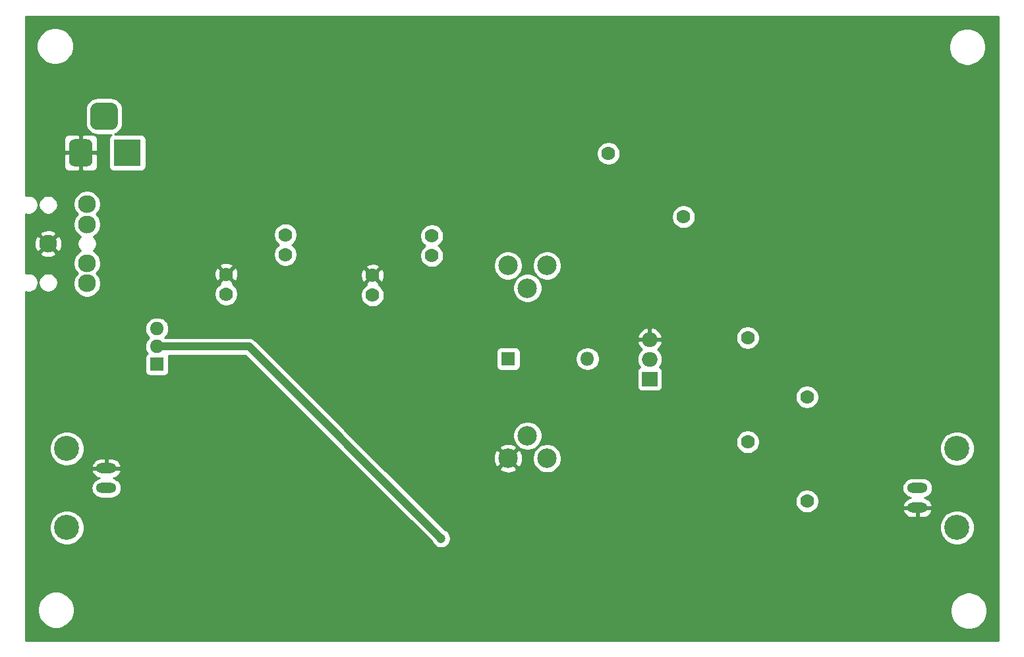
<source format=gbl>
G04 #@! TF.GenerationSoftware,KiCad,Pcbnew,(5.1.5)-3*
G04 #@! TF.CreationDate,2021-07-25T13:57:05-05:00*
G04 #@! TF.ProjectId,IRF510-Amplifier,49524635-3130-42d4-916d-706c69666965,rev?*
G04 #@! TF.SameCoordinates,Original*
G04 #@! TF.FileFunction,Copper,L2,Bot*
G04 #@! TF.FilePolarity,Positive*
%FSLAX46Y46*%
G04 Gerber Fmt 4.6, Leading zero omitted, Abs format (unit mm)*
G04 Created by KiCad (PCBNEW (5.1.5)-3) date 2021-07-25 13:57:05*
%MOMM*%
%LPD*%
G04 APERTURE LIST*
%ADD10C,1.778000*%
%ADD11C,2.300000*%
%ADD12O,1.800000X1.717500*%
%ADD13R,1.800000X1.717500*%
%ADD14C,2.500000*%
%ADD15O,1.800000X1.800000*%
%ADD16R,1.800000X1.800000*%
%ADD17O,2.000000X1.905000*%
%ADD18R,2.000000X1.905000*%
%ADD19O,2.616000X1.308000*%
%ADD20C,3.216000*%
%ADD21C,0.100000*%
%ADD22R,3.500000X3.500000*%
%ADD23C,1.200000*%
%ADD24C,1.000000*%
%ADD25C,0.254000*%
G04 APERTURE END LIST*
D10*
X109700000Y-51100000D03*
X102080000Y-56180000D03*
X109700000Y-48560000D03*
X102080000Y-53640000D03*
D11*
X84200000Y-54800000D03*
X79200000Y-49700000D03*
X84200000Y-44600000D03*
X84200000Y-47200000D03*
X84200000Y-52200000D03*
D12*
X93200000Y-60620000D03*
X93200000Y-62910000D03*
D13*
X93200000Y-65200000D03*
D10*
X128510000Y-51230000D03*
X120890000Y-56310000D03*
X128510000Y-48690000D03*
X120890000Y-53770000D03*
D14*
X138300000Y-77300000D03*
X143300000Y-77300000D03*
X140800000Y-74400000D03*
X143300000Y-52500000D03*
X138300000Y-52500000D03*
X140800000Y-55400000D03*
D10*
X151200000Y-38100000D03*
X160845000Y-46244000D03*
D15*
X148500000Y-64500000D03*
D16*
X138340000Y-64500000D03*
D17*
X156500000Y-62020000D03*
X156500000Y-64560000D03*
D18*
X156500000Y-67100000D03*
D10*
X169090000Y-75190000D03*
X176710000Y-82810000D03*
X169090000Y-61790000D03*
X176710000Y-69410000D03*
D19*
X86680000Y-81120000D03*
X86680000Y-78580000D03*
D20*
X81600000Y-76040000D03*
X81600000Y-86200000D03*
D19*
X190900000Y-81100000D03*
X190900000Y-83640000D03*
D20*
X195980000Y-86180000D03*
X195980000Y-76020000D03*
G04 #@! TA.AperFunction,ComponentPad*
D21*
G36*
X87360765Y-31554213D02*
G01*
X87445704Y-31566813D01*
X87528999Y-31587677D01*
X87609848Y-31616605D01*
X87687472Y-31653319D01*
X87761124Y-31697464D01*
X87830094Y-31748616D01*
X87893718Y-31806282D01*
X87951384Y-31869906D01*
X88002536Y-31938876D01*
X88046681Y-32012528D01*
X88083395Y-32090152D01*
X88112323Y-32171001D01*
X88133187Y-32254296D01*
X88145787Y-32339235D01*
X88150000Y-32425000D01*
X88150000Y-34175000D01*
X88145787Y-34260765D01*
X88133187Y-34345704D01*
X88112323Y-34428999D01*
X88083395Y-34509848D01*
X88046681Y-34587472D01*
X88002536Y-34661124D01*
X87951384Y-34730094D01*
X87893718Y-34793718D01*
X87830094Y-34851384D01*
X87761124Y-34902536D01*
X87687472Y-34946681D01*
X87609848Y-34983395D01*
X87528999Y-35012323D01*
X87445704Y-35033187D01*
X87360765Y-35045787D01*
X87275000Y-35050000D01*
X85525000Y-35050000D01*
X85439235Y-35045787D01*
X85354296Y-35033187D01*
X85271001Y-35012323D01*
X85190152Y-34983395D01*
X85112528Y-34946681D01*
X85038876Y-34902536D01*
X84969906Y-34851384D01*
X84906282Y-34793718D01*
X84848616Y-34730094D01*
X84797464Y-34661124D01*
X84753319Y-34587472D01*
X84716605Y-34509848D01*
X84687677Y-34428999D01*
X84666813Y-34345704D01*
X84654213Y-34260765D01*
X84650000Y-34175000D01*
X84650000Y-32425000D01*
X84654213Y-32339235D01*
X84666813Y-32254296D01*
X84687677Y-32171001D01*
X84716605Y-32090152D01*
X84753319Y-32012528D01*
X84797464Y-31938876D01*
X84848616Y-31869906D01*
X84906282Y-31806282D01*
X84969906Y-31748616D01*
X85038876Y-31697464D01*
X85112528Y-31653319D01*
X85190152Y-31616605D01*
X85271001Y-31587677D01*
X85354296Y-31566813D01*
X85439235Y-31554213D01*
X85525000Y-31550000D01*
X87275000Y-31550000D01*
X87360765Y-31554213D01*
G37*
G04 #@! TD.AperFunction*
G04 #@! TA.AperFunction,ComponentPad*
G36*
X84223513Y-36253611D02*
G01*
X84296318Y-36264411D01*
X84367714Y-36282295D01*
X84437013Y-36307090D01*
X84503548Y-36338559D01*
X84566678Y-36376398D01*
X84625795Y-36420242D01*
X84680330Y-36469670D01*
X84729758Y-36524205D01*
X84773602Y-36583322D01*
X84811441Y-36646452D01*
X84842910Y-36712987D01*
X84867705Y-36782286D01*
X84885589Y-36853682D01*
X84896389Y-36926487D01*
X84900000Y-37000000D01*
X84900000Y-39000000D01*
X84896389Y-39073513D01*
X84885589Y-39146318D01*
X84867705Y-39217714D01*
X84842910Y-39287013D01*
X84811441Y-39353548D01*
X84773602Y-39416678D01*
X84729758Y-39475795D01*
X84680330Y-39530330D01*
X84625795Y-39579758D01*
X84566678Y-39623602D01*
X84503548Y-39661441D01*
X84437013Y-39692910D01*
X84367714Y-39717705D01*
X84296318Y-39735589D01*
X84223513Y-39746389D01*
X84150000Y-39750000D01*
X82650000Y-39750000D01*
X82576487Y-39746389D01*
X82503682Y-39735589D01*
X82432286Y-39717705D01*
X82362987Y-39692910D01*
X82296452Y-39661441D01*
X82233322Y-39623602D01*
X82174205Y-39579758D01*
X82119670Y-39530330D01*
X82070242Y-39475795D01*
X82026398Y-39416678D01*
X81988559Y-39353548D01*
X81957090Y-39287013D01*
X81932295Y-39217714D01*
X81914411Y-39146318D01*
X81903611Y-39073513D01*
X81900000Y-39000000D01*
X81900000Y-37000000D01*
X81903611Y-36926487D01*
X81914411Y-36853682D01*
X81932295Y-36782286D01*
X81957090Y-36712987D01*
X81988559Y-36646452D01*
X82026398Y-36583322D01*
X82070242Y-36524205D01*
X82119670Y-36469670D01*
X82174205Y-36420242D01*
X82233322Y-36376398D01*
X82296452Y-36338559D01*
X82362987Y-36307090D01*
X82432286Y-36282295D01*
X82503682Y-36264411D01*
X82576487Y-36253611D01*
X82650000Y-36250000D01*
X84150000Y-36250000D01*
X84223513Y-36253611D01*
G37*
G04 #@! TD.AperFunction*
D22*
X89400000Y-38000000D03*
D23*
X129700000Y-87600000D03*
D24*
X105010000Y-62910000D02*
X129700000Y-87600000D01*
X93200000Y-62910000D02*
X105010000Y-62910000D01*
D25*
G36*
X201315001Y-100715000D02*
G01*
X76285000Y-100715000D01*
X76285000Y-96565098D01*
X77815000Y-96565098D01*
X77815000Y-97034902D01*
X77906654Y-97495679D01*
X78086440Y-97929721D01*
X78347450Y-98320349D01*
X78679651Y-98652550D01*
X79070279Y-98913560D01*
X79504321Y-99093346D01*
X79965098Y-99185000D01*
X80434902Y-99185000D01*
X80895679Y-99093346D01*
X81329721Y-98913560D01*
X81720349Y-98652550D01*
X82052550Y-98320349D01*
X82313560Y-97929721D01*
X82493346Y-97495679D01*
X82585000Y-97034902D01*
X82585000Y-96665098D01*
X195115000Y-96665098D01*
X195115000Y-97134902D01*
X195206654Y-97595679D01*
X195386440Y-98029721D01*
X195647450Y-98420349D01*
X195979651Y-98752550D01*
X196370279Y-99013560D01*
X196804321Y-99193346D01*
X197265098Y-99285000D01*
X197734902Y-99285000D01*
X198195679Y-99193346D01*
X198629721Y-99013560D01*
X199020349Y-98752550D01*
X199352550Y-98420349D01*
X199613560Y-98029721D01*
X199793346Y-97595679D01*
X199885000Y-97134902D01*
X199885000Y-96665098D01*
X199793346Y-96204321D01*
X199613560Y-95770279D01*
X199352550Y-95379651D01*
X199020349Y-95047450D01*
X198629721Y-94786440D01*
X198195679Y-94606654D01*
X197734902Y-94515000D01*
X197265098Y-94515000D01*
X196804321Y-94606654D01*
X196370279Y-94786440D01*
X195979651Y-95047450D01*
X195647450Y-95379651D01*
X195386440Y-95770279D01*
X195206654Y-96204321D01*
X195115000Y-96665098D01*
X82585000Y-96665098D01*
X82585000Y-96565098D01*
X82493346Y-96104321D01*
X82313560Y-95670279D01*
X82052550Y-95279651D01*
X81720349Y-94947450D01*
X81329721Y-94686440D01*
X80895679Y-94506654D01*
X80434902Y-94415000D01*
X79965098Y-94415000D01*
X79504321Y-94506654D01*
X79070279Y-94686440D01*
X78679651Y-94947450D01*
X78347450Y-95279651D01*
X78086440Y-95670279D01*
X77906654Y-96104321D01*
X77815000Y-96565098D01*
X76285000Y-96565098D01*
X76285000Y-85979084D01*
X79357000Y-85979084D01*
X79357000Y-86420916D01*
X79443197Y-86854259D01*
X79612279Y-87262459D01*
X79857748Y-87629829D01*
X80170171Y-87942252D01*
X80537541Y-88187721D01*
X80945741Y-88356803D01*
X81379084Y-88443000D01*
X81820916Y-88443000D01*
X82254259Y-88356803D01*
X82662459Y-88187721D01*
X83029829Y-87942252D01*
X83342252Y-87629829D01*
X83587721Y-87262459D01*
X83756803Y-86854259D01*
X83843000Y-86420916D01*
X83843000Y-85979084D01*
X83756803Y-85545741D01*
X83587721Y-85137541D01*
X83342252Y-84770171D01*
X83029829Y-84457748D01*
X82662459Y-84212279D01*
X82254259Y-84043197D01*
X81820916Y-83957000D01*
X81379084Y-83957000D01*
X80945741Y-84043197D01*
X80537541Y-84212279D01*
X80170171Y-84457748D01*
X79857748Y-84770171D01*
X79612279Y-85137541D01*
X79443197Y-85545741D01*
X79357000Y-85979084D01*
X76285000Y-85979084D01*
X76285000Y-81120000D01*
X84730764Y-81120000D01*
X84755652Y-81372688D01*
X84829358Y-81615665D01*
X84949051Y-81839595D01*
X85110130Y-82035870D01*
X85306405Y-82196949D01*
X85530335Y-82316642D01*
X85773312Y-82390348D01*
X85962686Y-82409000D01*
X87397314Y-82409000D01*
X87586688Y-82390348D01*
X87829665Y-82316642D01*
X88053595Y-82196949D01*
X88249870Y-82035870D01*
X88410949Y-81839595D01*
X88530642Y-81615665D01*
X88604348Y-81372688D01*
X88629236Y-81120000D01*
X88604348Y-80867312D01*
X88530642Y-80624335D01*
X88410949Y-80400405D01*
X88249870Y-80204130D01*
X88053595Y-80043051D01*
X87829665Y-79923358D01*
X87586688Y-79849652D01*
X87567668Y-79847779D01*
X87710031Y-79819456D01*
X87944612Y-79722280D01*
X88155727Y-79581207D01*
X88335264Y-79401658D01*
X88476323Y-79190533D01*
X88573483Y-78955946D01*
X88581068Y-78906099D01*
X88457092Y-78707000D01*
X86807000Y-78707000D01*
X86807000Y-78727000D01*
X86553000Y-78727000D01*
X86553000Y-78707000D01*
X84902908Y-78707000D01*
X84778932Y-78906099D01*
X84786517Y-78955946D01*
X84883677Y-79190533D01*
X85024736Y-79401658D01*
X85204273Y-79581207D01*
X85415388Y-79722280D01*
X85649969Y-79819456D01*
X85792332Y-79847779D01*
X85773312Y-79849652D01*
X85530335Y-79923358D01*
X85306405Y-80043051D01*
X85110130Y-80204130D01*
X84949051Y-80400405D01*
X84829358Y-80624335D01*
X84755652Y-80867312D01*
X84730764Y-81120000D01*
X76285000Y-81120000D01*
X76285000Y-75819084D01*
X79357000Y-75819084D01*
X79357000Y-76260916D01*
X79443197Y-76694259D01*
X79612279Y-77102459D01*
X79857748Y-77469829D01*
X80170171Y-77782252D01*
X80537541Y-78027721D01*
X80945741Y-78196803D01*
X81379084Y-78283000D01*
X81820916Y-78283000D01*
X81967207Y-78253901D01*
X84778932Y-78253901D01*
X84902908Y-78453000D01*
X86553000Y-78453000D01*
X86553000Y-77291000D01*
X86807000Y-77291000D01*
X86807000Y-78453000D01*
X88457092Y-78453000D01*
X88581068Y-78253901D01*
X88573483Y-78204054D01*
X88476323Y-77969467D01*
X88335264Y-77758342D01*
X88155727Y-77578793D01*
X87944612Y-77437720D01*
X87710031Y-77340544D01*
X87461000Y-77291000D01*
X86807000Y-77291000D01*
X86553000Y-77291000D01*
X85899000Y-77291000D01*
X85649969Y-77340544D01*
X85415388Y-77437720D01*
X85204273Y-77578793D01*
X85024736Y-77758342D01*
X84883677Y-77969467D01*
X84786517Y-78204054D01*
X84778932Y-78253901D01*
X81967207Y-78253901D01*
X82254259Y-78196803D01*
X82662459Y-78027721D01*
X83029829Y-77782252D01*
X83342252Y-77469829D01*
X83587721Y-77102459D01*
X83756803Y-76694259D01*
X83843000Y-76260916D01*
X83843000Y-75819084D01*
X83756803Y-75385741D01*
X83587721Y-74977541D01*
X83342252Y-74610171D01*
X83029829Y-74297748D01*
X82662459Y-74052279D01*
X82254259Y-73883197D01*
X81820916Y-73797000D01*
X81379084Y-73797000D01*
X80945741Y-73883197D01*
X80537541Y-74052279D01*
X80170171Y-74297748D01*
X79857748Y-74610171D01*
X79612279Y-74977541D01*
X79443197Y-75385741D01*
X79357000Y-75819084D01*
X76285000Y-75819084D01*
X76285000Y-60620000D01*
X91657773Y-60620000D01*
X91686614Y-60912826D01*
X91772028Y-61194399D01*
X91910733Y-61453898D01*
X92097399Y-61681351D01*
X92199326Y-61765000D01*
X92097399Y-61848649D01*
X91910733Y-62076102D01*
X91772028Y-62335601D01*
X91686614Y-62617174D01*
X91657773Y-62910000D01*
X91686614Y-63202826D01*
X91772028Y-63484399D01*
X91910733Y-63743898D01*
X91959450Y-63803260D01*
X91945506Y-63810713D01*
X91848815Y-63890065D01*
X91769463Y-63986756D01*
X91710498Y-64097070D01*
X91674188Y-64216768D01*
X91661928Y-64341250D01*
X91661928Y-66058750D01*
X91674188Y-66183232D01*
X91710498Y-66302930D01*
X91769463Y-66413244D01*
X91848815Y-66509935D01*
X91945506Y-66589287D01*
X92055820Y-66648252D01*
X92175518Y-66684562D01*
X92300000Y-66696822D01*
X94100000Y-66696822D01*
X94224482Y-66684562D01*
X94344180Y-66648252D01*
X94454494Y-66589287D01*
X94551185Y-66509935D01*
X94630537Y-66413244D01*
X94689502Y-66302930D01*
X94725812Y-66183232D01*
X94738072Y-66058750D01*
X94738072Y-64341250D01*
X94725812Y-64216768D01*
X94689502Y-64097070D01*
X94661670Y-64045000D01*
X104539869Y-64045000D01*
X128553017Y-88058149D01*
X128605557Y-88184992D01*
X128740713Y-88387267D01*
X128912733Y-88559287D01*
X129115008Y-88694443D01*
X129339764Y-88787540D01*
X129578363Y-88835000D01*
X129821637Y-88835000D01*
X130060236Y-88787540D01*
X130284992Y-88694443D01*
X130487267Y-88559287D01*
X130659287Y-88387267D01*
X130794443Y-88184992D01*
X130887540Y-87960236D01*
X130935000Y-87721637D01*
X130935000Y-87478363D01*
X130887540Y-87239764D01*
X130794443Y-87015008D01*
X130659287Y-86812733D01*
X130487267Y-86640713D01*
X130284992Y-86505557D01*
X130158149Y-86453017D01*
X129664216Y-85959084D01*
X193737000Y-85959084D01*
X193737000Y-86400916D01*
X193823197Y-86834259D01*
X193992279Y-87242459D01*
X194237748Y-87609829D01*
X194550171Y-87922252D01*
X194917541Y-88167721D01*
X195325741Y-88336803D01*
X195759084Y-88423000D01*
X196200916Y-88423000D01*
X196634259Y-88336803D01*
X197042459Y-88167721D01*
X197409829Y-87922252D01*
X197722252Y-87609829D01*
X197967721Y-87242459D01*
X198136803Y-86834259D01*
X198223000Y-86400916D01*
X198223000Y-85959084D01*
X198136803Y-85525741D01*
X197967721Y-85117541D01*
X197722252Y-84750171D01*
X197409829Y-84437748D01*
X197042459Y-84192279D01*
X196634259Y-84023197D01*
X196200916Y-83937000D01*
X195759084Y-83937000D01*
X195325741Y-84023197D01*
X194917541Y-84192279D01*
X194550171Y-84437748D01*
X194237748Y-84750171D01*
X193992279Y-85117541D01*
X193823197Y-85525741D01*
X193737000Y-85959084D01*
X129664216Y-85959084D01*
X126365031Y-82659899D01*
X175186000Y-82659899D01*
X175186000Y-82960101D01*
X175244566Y-83254534D01*
X175359449Y-83531885D01*
X175526232Y-83781493D01*
X175738507Y-83993768D01*
X175988115Y-84160551D01*
X176265466Y-84275434D01*
X176559899Y-84334000D01*
X176860101Y-84334000D01*
X177154534Y-84275434D01*
X177431885Y-84160551D01*
X177681493Y-83993768D01*
X177709162Y-83966099D01*
X188998932Y-83966099D01*
X189006517Y-84015946D01*
X189103677Y-84250533D01*
X189244736Y-84461658D01*
X189424273Y-84641207D01*
X189635388Y-84782280D01*
X189869969Y-84879456D01*
X190119000Y-84929000D01*
X190773000Y-84929000D01*
X190773000Y-83767000D01*
X191027000Y-83767000D01*
X191027000Y-84929000D01*
X191681000Y-84929000D01*
X191930031Y-84879456D01*
X192164612Y-84782280D01*
X192375727Y-84641207D01*
X192555264Y-84461658D01*
X192696323Y-84250533D01*
X192793483Y-84015946D01*
X192801068Y-83966099D01*
X192677092Y-83767000D01*
X191027000Y-83767000D01*
X190773000Y-83767000D01*
X189122908Y-83767000D01*
X188998932Y-83966099D01*
X177709162Y-83966099D01*
X177893768Y-83781493D01*
X178060551Y-83531885D01*
X178175434Y-83254534D01*
X178234000Y-82960101D01*
X178234000Y-82659899D01*
X178175434Y-82365466D01*
X178060551Y-82088115D01*
X177893768Y-81838507D01*
X177681493Y-81626232D01*
X177431885Y-81459449D01*
X177154534Y-81344566D01*
X176860101Y-81286000D01*
X176559899Y-81286000D01*
X176265466Y-81344566D01*
X175988115Y-81459449D01*
X175738507Y-81626232D01*
X175526232Y-81838507D01*
X175359449Y-82088115D01*
X175244566Y-82365466D01*
X175186000Y-82659899D01*
X126365031Y-82659899D01*
X124805132Y-81100000D01*
X188950764Y-81100000D01*
X188975652Y-81352688D01*
X189049358Y-81595665D01*
X189169051Y-81819595D01*
X189330130Y-82015870D01*
X189526405Y-82176949D01*
X189750335Y-82296642D01*
X189993312Y-82370348D01*
X190012332Y-82372221D01*
X189869969Y-82400544D01*
X189635388Y-82497720D01*
X189424273Y-82638793D01*
X189244736Y-82818342D01*
X189103677Y-83029467D01*
X189006517Y-83264054D01*
X188998932Y-83313901D01*
X189122908Y-83513000D01*
X190773000Y-83513000D01*
X190773000Y-83493000D01*
X191027000Y-83493000D01*
X191027000Y-83513000D01*
X192677092Y-83513000D01*
X192801068Y-83313901D01*
X192793483Y-83264054D01*
X192696323Y-83029467D01*
X192555264Y-82818342D01*
X192375727Y-82638793D01*
X192164612Y-82497720D01*
X191930031Y-82400544D01*
X191787668Y-82372221D01*
X191806688Y-82370348D01*
X192049665Y-82296642D01*
X192273595Y-82176949D01*
X192469870Y-82015870D01*
X192630949Y-81819595D01*
X192750642Y-81595665D01*
X192824348Y-81352688D01*
X192849236Y-81100000D01*
X192824348Y-80847312D01*
X192750642Y-80604335D01*
X192630949Y-80380405D01*
X192469870Y-80184130D01*
X192273595Y-80023051D01*
X192049665Y-79903358D01*
X191806688Y-79829652D01*
X191617314Y-79811000D01*
X190182686Y-79811000D01*
X189993312Y-79829652D01*
X189750335Y-79903358D01*
X189526405Y-80023051D01*
X189330130Y-80184130D01*
X189169051Y-80380405D01*
X189049358Y-80604335D01*
X188975652Y-80847312D01*
X188950764Y-81100000D01*
X124805132Y-81100000D01*
X122318737Y-78613605D01*
X137166000Y-78613605D01*
X137291914Y-78903577D01*
X137624126Y-79069433D01*
X137982312Y-79167290D01*
X138352706Y-79193389D01*
X138721075Y-79146725D01*
X139073262Y-79029094D01*
X139308086Y-78903577D01*
X139434000Y-78613605D01*
X138300000Y-77479605D01*
X137166000Y-78613605D01*
X122318737Y-78613605D01*
X121057838Y-77352706D01*
X136406611Y-77352706D01*
X136453275Y-77721075D01*
X136570906Y-78073262D01*
X136696423Y-78308086D01*
X136986395Y-78434000D01*
X138120395Y-77300000D01*
X138479605Y-77300000D01*
X139613605Y-78434000D01*
X139903577Y-78308086D01*
X140069433Y-77975874D01*
X140167290Y-77617688D01*
X140193389Y-77247294D01*
X140176548Y-77114344D01*
X141415000Y-77114344D01*
X141415000Y-77485656D01*
X141487439Y-77849834D01*
X141629534Y-78192882D01*
X141835825Y-78501618D01*
X142098382Y-78764175D01*
X142407118Y-78970466D01*
X142750166Y-79112561D01*
X143114344Y-79185000D01*
X143485656Y-79185000D01*
X143849834Y-79112561D01*
X144192882Y-78970466D01*
X144501618Y-78764175D01*
X144764175Y-78501618D01*
X144970466Y-78192882D01*
X145112561Y-77849834D01*
X145185000Y-77485656D01*
X145185000Y-77114344D01*
X145112561Y-76750166D01*
X144970466Y-76407118D01*
X144764175Y-76098382D01*
X144501618Y-75835825D01*
X144192882Y-75629534D01*
X143849834Y-75487439D01*
X143485656Y-75415000D01*
X143114344Y-75415000D01*
X142750166Y-75487439D01*
X142407118Y-75629534D01*
X142098382Y-75835825D01*
X141835825Y-76098382D01*
X141629534Y-76407118D01*
X141487439Y-76750166D01*
X141415000Y-77114344D01*
X140176548Y-77114344D01*
X140146725Y-76878925D01*
X140029094Y-76526738D01*
X139903577Y-76291914D01*
X139613605Y-76166000D01*
X138479605Y-77300000D01*
X138120395Y-77300000D01*
X136986395Y-76166000D01*
X136696423Y-76291914D01*
X136530567Y-76624126D01*
X136432710Y-76982312D01*
X136406611Y-77352706D01*
X121057838Y-77352706D01*
X119691527Y-75986395D01*
X137166000Y-75986395D01*
X138300000Y-77120395D01*
X139434000Y-75986395D01*
X139308086Y-75696423D01*
X138975874Y-75530567D01*
X138617688Y-75432710D01*
X138247294Y-75406611D01*
X137878925Y-75453275D01*
X137526738Y-75570906D01*
X137291914Y-75696423D01*
X137166000Y-75986395D01*
X119691527Y-75986395D01*
X117919476Y-74214344D01*
X138915000Y-74214344D01*
X138915000Y-74585656D01*
X138987439Y-74949834D01*
X139129534Y-75292882D01*
X139335825Y-75601618D01*
X139598382Y-75864175D01*
X139907118Y-76070466D01*
X140250166Y-76212561D01*
X140614344Y-76285000D01*
X140985656Y-76285000D01*
X141349834Y-76212561D01*
X141692882Y-76070466D01*
X142001618Y-75864175D01*
X142264175Y-75601618D01*
X142470466Y-75292882D01*
X142575254Y-75039899D01*
X167566000Y-75039899D01*
X167566000Y-75340101D01*
X167624566Y-75634534D01*
X167739449Y-75911885D01*
X167906232Y-76161493D01*
X168118507Y-76373768D01*
X168368115Y-76540551D01*
X168645466Y-76655434D01*
X168939899Y-76714000D01*
X169240101Y-76714000D01*
X169534534Y-76655434D01*
X169811885Y-76540551D01*
X170061493Y-76373768D01*
X170273768Y-76161493D01*
X170440551Y-75911885D01*
X170487274Y-75799084D01*
X193737000Y-75799084D01*
X193737000Y-76240916D01*
X193823197Y-76674259D01*
X193992279Y-77082459D01*
X194237748Y-77449829D01*
X194550171Y-77762252D01*
X194917541Y-78007721D01*
X195325741Y-78176803D01*
X195759084Y-78263000D01*
X196200916Y-78263000D01*
X196634259Y-78176803D01*
X197042459Y-78007721D01*
X197409829Y-77762252D01*
X197722252Y-77449829D01*
X197967721Y-77082459D01*
X198136803Y-76674259D01*
X198223000Y-76240916D01*
X198223000Y-75799084D01*
X198136803Y-75365741D01*
X197967721Y-74957541D01*
X197722252Y-74590171D01*
X197409829Y-74277748D01*
X197042459Y-74032279D01*
X196634259Y-73863197D01*
X196200916Y-73777000D01*
X195759084Y-73777000D01*
X195325741Y-73863197D01*
X194917541Y-74032279D01*
X194550171Y-74277748D01*
X194237748Y-74590171D01*
X193992279Y-74957541D01*
X193823197Y-75365741D01*
X193737000Y-75799084D01*
X170487274Y-75799084D01*
X170555434Y-75634534D01*
X170614000Y-75340101D01*
X170614000Y-75039899D01*
X170555434Y-74745466D01*
X170440551Y-74468115D01*
X170273768Y-74218507D01*
X170061493Y-74006232D01*
X169811885Y-73839449D01*
X169534534Y-73724566D01*
X169240101Y-73666000D01*
X168939899Y-73666000D01*
X168645466Y-73724566D01*
X168368115Y-73839449D01*
X168118507Y-74006232D01*
X167906232Y-74218507D01*
X167739449Y-74468115D01*
X167624566Y-74745466D01*
X167566000Y-75039899D01*
X142575254Y-75039899D01*
X142612561Y-74949834D01*
X142685000Y-74585656D01*
X142685000Y-74214344D01*
X142612561Y-73850166D01*
X142470466Y-73507118D01*
X142264175Y-73198382D01*
X142001618Y-72935825D01*
X141692882Y-72729534D01*
X141349834Y-72587439D01*
X140985656Y-72515000D01*
X140614344Y-72515000D01*
X140250166Y-72587439D01*
X139907118Y-72729534D01*
X139598382Y-72935825D01*
X139335825Y-73198382D01*
X139129534Y-73507118D01*
X138987439Y-73850166D01*
X138915000Y-74214344D01*
X117919476Y-74214344D01*
X112965031Y-69259899D01*
X175186000Y-69259899D01*
X175186000Y-69560101D01*
X175244566Y-69854534D01*
X175359449Y-70131885D01*
X175526232Y-70381493D01*
X175738507Y-70593768D01*
X175988115Y-70760551D01*
X176265466Y-70875434D01*
X176559899Y-70934000D01*
X176860101Y-70934000D01*
X177154534Y-70875434D01*
X177431885Y-70760551D01*
X177681493Y-70593768D01*
X177893768Y-70381493D01*
X178060551Y-70131885D01*
X178175434Y-69854534D01*
X178234000Y-69560101D01*
X178234000Y-69259899D01*
X178175434Y-68965466D01*
X178060551Y-68688115D01*
X177893768Y-68438507D01*
X177681493Y-68226232D01*
X177431885Y-68059449D01*
X177154534Y-67944566D01*
X176860101Y-67886000D01*
X176559899Y-67886000D01*
X176265466Y-67944566D01*
X175988115Y-68059449D01*
X175738507Y-68226232D01*
X175526232Y-68438507D01*
X175359449Y-68688115D01*
X175244566Y-68965466D01*
X175186000Y-69259899D01*
X112965031Y-69259899D01*
X107305132Y-63600000D01*
X136801928Y-63600000D01*
X136801928Y-65400000D01*
X136814188Y-65524482D01*
X136850498Y-65644180D01*
X136909463Y-65754494D01*
X136988815Y-65851185D01*
X137085506Y-65930537D01*
X137195820Y-65989502D01*
X137315518Y-66025812D01*
X137440000Y-66038072D01*
X139240000Y-66038072D01*
X139364482Y-66025812D01*
X139484180Y-65989502D01*
X139594494Y-65930537D01*
X139691185Y-65851185D01*
X139770537Y-65754494D01*
X139829502Y-65644180D01*
X139865812Y-65524482D01*
X139878072Y-65400000D01*
X139878072Y-64348816D01*
X146965000Y-64348816D01*
X146965000Y-64651184D01*
X147023989Y-64947743D01*
X147139701Y-65227095D01*
X147307688Y-65478505D01*
X147521495Y-65692312D01*
X147772905Y-65860299D01*
X148052257Y-65976011D01*
X148348816Y-66035000D01*
X148651184Y-66035000D01*
X148947743Y-65976011D01*
X149227095Y-65860299D01*
X149478505Y-65692312D01*
X149692312Y-65478505D01*
X149860299Y-65227095D01*
X149976011Y-64947743D01*
X150035000Y-64651184D01*
X150035000Y-64560000D01*
X154857319Y-64560000D01*
X154887970Y-64871204D01*
X154978745Y-65170449D01*
X155126155Y-65446235D01*
X155229446Y-65572095D01*
X155145506Y-65616963D01*
X155048815Y-65696315D01*
X154969463Y-65793006D01*
X154910498Y-65903320D01*
X154874188Y-66023018D01*
X154861928Y-66147500D01*
X154861928Y-68052500D01*
X154874188Y-68176982D01*
X154910498Y-68296680D01*
X154969463Y-68406994D01*
X155048815Y-68503685D01*
X155145506Y-68583037D01*
X155255820Y-68642002D01*
X155375518Y-68678312D01*
X155500000Y-68690572D01*
X157500000Y-68690572D01*
X157624482Y-68678312D01*
X157744180Y-68642002D01*
X157854494Y-68583037D01*
X157951185Y-68503685D01*
X158030537Y-68406994D01*
X158089502Y-68296680D01*
X158125812Y-68176982D01*
X158138072Y-68052500D01*
X158138072Y-66147500D01*
X158125812Y-66023018D01*
X158089502Y-65903320D01*
X158030537Y-65793006D01*
X157951185Y-65696315D01*
X157854494Y-65616963D01*
X157770554Y-65572095D01*
X157873845Y-65446235D01*
X158021255Y-65170449D01*
X158112030Y-64871204D01*
X158142681Y-64560000D01*
X158112030Y-64248796D01*
X158021255Y-63949551D01*
X157873845Y-63673765D01*
X157675463Y-63432037D01*
X157496101Y-63284837D01*
X157681315Y-63129437D01*
X157875969Y-62886923D01*
X158019571Y-62611094D01*
X158090563Y-62392980D01*
X157970594Y-62147000D01*
X156627000Y-62147000D01*
X156627000Y-62167000D01*
X156373000Y-62167000D01*
X156373000Y-62147000D01*
X155029406Y-62147000D01*
X154909437Y-62392980D01*
X154980429Y-62611094D01*
X155124031Y-62886923D01*
X155318685Y-63129437D01*
X155503899Y-63284837D01*
X155324537Y-63432037D01*
X155126155Y-63673765D01*
X154978745Y-63949551D01*
X154887970Y-64248796D01*
X154857319Y-64560000D01*
X150035000Y-64560000D01*
X150035000Y-64348816D01*
X149976011Y-64052257D01*
X149860299Y-63772905D01*
X149692312Y-63521495D01*
X149478505Y-63307688D01*
X149227095Y-63139701D01*
X148947743Y-63023989D01*
X148651184Y-62965000D01*
X148348816Y-62965000D01*
X148052257Y-63023989D01*
X147772905Y-63139701D01*
X147521495Y-63307688D01*
X147307688Y-63521495D01*
X147139701Y-63772905D01*
X147023989Y-64052257D01*
X146965000Y-64348816D01*
X139878072Y-64348816D01*
X139878072Y-63600000D01*
X139865812Y-63475518D01*
X139829502Y-63355820D01*
X139770537Y-63245506D01*
X139691185Y-63148815D01*
X139594494Y-63069463D01*
X139484180Y-63010498D01*
X139364482Y-62974188D01*
X139240000Y-62961928D01*
X137440000Y-62961928D01*
X137315518Y-62974188D01*
X137195820Y-63010498D01*
X137085506Y-63069463D01*
X136988815Y-63148815D01*
X136909463Y-63245506D01*
X136850498Y-63355820D01*
X136814188Y-63475518D01*
X136801928Y-63600000D01*
X107305132Y-63600000D01*
X105851996Y-62146865D01*
X105816449Y-62103551D01*
X105643623Y-61961716D01*
X105446447Y-61856324D01*
X105232499Y-61791423D01*
X105065752Y-61775000D01*
X105065751Y-61775000D01*
X105010000Y-61769509D01*
X104954249Y-61775000D01*
X94212860Y-61775000D01*
X94200674Y-61765000D01*
X94302601Y-61681351D01*
X94330775Y-61647020D01*
X154909437Y-61647020D01*
X155029406Y-61893000D01*
X156373000Y-61893000D01*
X156373000Y-60594430D01*
X156627000Y-60594430D01*
X156627000Y-61893000D01*
X157970594Y-61893000D01*
X158090563Y-61647020D01*
X158088246Y-61639899D01*
X167566000Y-61639899D01*
X167566000Y-61940101D01*
X167624566Y-62234534D01*
X167739449Y-62511885D01*
X167906232Y-62761493D01*
X168118507Y-62973768D01*
X168368115Y-63140551D01*
X168645466Y-63255434D01*
X168939899Y-63314000D01*
X169240101Y-63314000D01*
X169534534Y-63255434D01*
X169811885Y-63140551D01*
X170061493Y-62973768D01*
X170273768Y-62761493D01*
X170440551Y-62511885D01*
X170555434Y-62234534D01*
X170614000Y-61940101D01*
X170614000Y-61639899D01*
X170555434Y-61345466D01*
X170440551Y-61068115D01*
X170273768Y-60818507D01*
X170061493Y-60606232D01*
X169811885Y-60439449D01*
X169534534Y-60324566D01*
X169240101Y-60266000D01*
X168939899Y-60266000D01*
X168645466Y-60324566D01*
X168368115Y-60439449D01*
X168118507Y-60606232D01*
X167906232Y-60818507D01*
X167739449Y-61068115D01*
X167624566Y-61345466D01*
X167566000Y-61639899D01*
X158088246Y-61639899D01*
X158019571Y-61428906D01*
X157875969Y-61153077D01*
X157681315Y-60910563D01*
X157443089Y-60710684D01*
X157170446Y-60561121D01*
X156873863Y-60467622D01*
X156627000Y-60594430D01*
X156373000Y-60594430D01*
X156126137Y-60467622D01*
X155829554Y-60561121D01*
X155556911Y-60710684D01*
X155318685Y-60910563D01*
X155124031Y-61153077D01*
X154980429Y-61428906D01*
X154909437Y-61647020D01*
X94330775Y-61647020D01*
X94489267Y-61453898D01*
X94627972Y-61194399D01*
X94713386Y-60912826D01*
X94742227Y-60620000D01*
X94713386Y-60327174D01*
X94627972Y-60045601D01*
X94489267Y-59786102D01*
X94302601Y-59558649D01*
X94075148Y-59371983D01*
X93815649Y-59233278D01*
X93534076Y-59147864D01*
X93314627Y-59126250D01*
X93085373Y-59126250D01*
X92865924Y-59147864D01*
X92584351Y-59233278D01*
X92324852Y-59371983D01*
X92097399Y-59558649D01*
X91910733Y-59786102D01*
X91772028Y-60045601D01*
X91686614Y-60327174D01*
X91657773Y-60620000D01*
X76285000Y-60620000D01*
X76285000Y-55864856D01*
X76339764Y-55887540D01*
X76578363Y-55935000D01*
X76821637Y-55935000D01*
X77060236Y-55887540D01*
X77284992Y-55794443D01*
X77487267Y-55659287D01*
X77659287Y-55487267D01*
X77794443Y-55284992D01*
X77887540Y-55060236D01*
X77935000Y-54821637D01*
X77935000Y-54578363D01*
X77965000Y-54578363D01*
X77965000Y-54821637D01*
X78012460Y-55060236D01*
X78105557Y-55284992D01*
X78240713Y-55487267D01*
X78412733Y-55659287D01*
X78615008Y-55794443D01*
X78839764Y-55887540D01*
X79078363Y-55935000D01*
X79321637Y-55935000D01*
X79560236Y-55887540D01*
X79784992Y-55794443D01*
X79987267Y-55659287D01*
X80159287Y-55487267D01*
X80294443Y-55284992D01*
X80387540Y-55060236D01*
X80435000Y-54821637D01*
X80435000Y-54578363D01*
X80387540Y-54339764D01*
X80294443Y-54115008D01*
X80159287Y-53912733D01*
X79987267Y-53740713D01*
X79784992Y-53605557D01*
X79560236Y-53512460D01*
X79321637Y-53465000D01*
X79078363Y-53465000D01*
X78839764Y-53512460D01*
X78615008Y-53605557D01*
X78412733Y-53740713D01*
X78240713Y-53912733D01*
X78105557Y-54115008D01*
X78012460Y-54339764D01*
X77965000Y-54578363D01*
X77935000Y-54578363D01*
X77887540Y-54339764D01*
X77794443Y-54115008D01*
X77659287Y-53912733D01*
X77487267Y-53740713D01*
X77284992Y-53605557D01*
X77060236Y-53512460D01*
X76821637Y-53465000D01*
X76578363Y-53465000D01*
X76339764Y-53512460D01*
X76285000Y-53535144D01*
X76285000Y-50942349D01*
X78137256Y-50942349D01*
X78251118Y-51222090D01*
X78566296Y-51377961D01*
X78905826Y-51469349D01*
X79256661Y-51492741D01*
X79605319Y-51447240D01*
X79938400Y-51334594D01*
X80148882Y-51222090D01*
X80262744Y-50942349D01*
X79200000Y-49879605D01*
X78137256Y-50942349D01*
X76285000Y-50942349D01*
X76285000Y-49756661D01*
X77407259Y-49756661D01*
X77452760Y-50105319D01*
X77565406Y-50438400D01*
X77677910Y-50648882D01*
X77957651Y-50762744D01*
X79020395Y-49700000D01*
X79379605Y-49700000D01*
X80442349Y-50762744D01*
X80722090Y-50648882D01*
X80877961Y-50333704D01*
X80969349Y-49994174D01*
X80992741Y-49643339D01*
X80947240Y-49294681D01*
X80834594Y-48961600D01*
X80722090Y-48751118D01*
X80442349Y-48637256D01*
X79379605Y-49700000D01*
X79020395Y-49700000D01*
X77957651Y-48637256D01*
X77677910Y-48751118D01*
X77522039Y-49066296D01*
X77430651Y-49405826D01*
X77407259Y-49756661D01*
X76285000Y-49756661D01*
X76285000Y-48457651D01*
X78137256Y-48457651D01*
X79200000Y-49520395D01*
X80262744Y-48457651D01*
X80148882Y-48177910D01*
X79833704Y-48022039D01*
X79494174Y-47930651D01*
X79143339Y-47907259D01*
X78794681Y-47952760D01*
X78461600Y-48065406D01*
X78251118Y-48177910D01*
X78137256Y-48457651D01*
X76285000Y-48457651D01*
X76285000Y-45864856D01*
X76339764Y-45887540D01*
X76578363Y-45935000D01*
X76821637Y-45935000D01*
X77060236Y-45887540D01*
X77284992Y-45794443D01*
X77487267Y-45659287D01*
X77659287Y-45487267D01*
X77794443Y-45284992D01*
X77887540Y-45060236D01*
X77935000Y-44821637D01*
X77935000Y-44578363D01*
X77965000Y-44578363D01*
X77965000Y-44821637D01*
X78012460Y-45060236D01*
X78105557Y-45284992D01*
X78240713Y-45487267D01*
X78412733Y-45659287D01*
X78615008Y-45794443D01*
X78839764Y-45887540D01*
X79078363Y-45935000D01*
X79321637Y-45935000D01*
X79560236Y-45887540D01*
X79784992Y-45794443D01*
X79987267Y-45659287D01*
X80159287Y-45487267D01*
X80294443Y-45284992D01*
X80387540Y-45060236D01*
X80435000Y-44821637D01*
X80435000Y-44578363D01*
X80404334Y-44424193D01*
X82415000Y-44424193D01*
X82415000Y-44775807D01*
X82483596Y-45120665D01*
X82618153Y-45445515D01*
X82813500Y-45737871D01*
X82975629Y-45900000D01*
X82813500Y-46062129D01*
X82618153Y-46354485D01*
X82483596Y-46679335D01*
X82415000Y-47024193D01*
X82415000Y-47375807D01*
X82483596Y-47720665D01*
X82618153Y-48045515D01*
X82813500Y-48337871D01*
X83062129Y-48586500D01*
X83354485Y-48781847D01*
X83366586Y-48786860D01*
X83240713Y-48912733D01*
X83105557Y-49115008D01*
X83012460Y-49339764D01*
X82965000Y-49578363D01*
X82965000Y-49821637D01*
X83012460Y-50060236D01*
X83105557Y-50284992D01*
X83240713Y-50487267D01*
X83366586Y-50613140D01*
X83354485Y-50618153D01*
X83062129Y-50813500D01*
X82813500Y-51062129D01*
X82618153Y-51354485D01*
X82483596Y-51679335D01*
X82415000Y-52024193D01*
X82415000Y-52375807D01*
X82483596Y-52720665D01*
X82618153Y-53045515D01*
X82813500Y-53337871D01*
X82975629Y-53500000D01*
X82813500Y-53662129D01*
X82618153Y-53954485D01*
X82483596Y-54279335D01*
X82415000Y-54624193D01*
X82415000Y-54975807D01*
X82483596Y-55320665D01*
X82618153Y-55645515D01*
X82813500Y-55937871D01*
X83062129Y-56186500D01*
X83354485Y-56381847D01*
X83679335Y-56516404D01*
X84024193Y-56585000D01*
X84375807Y-56585000D01*
X84720665Y-56516404D01*
X85045515Y-56381847D01*
X85337871Y-56186500D01*
X85494472Y-56029899D01*
X100556000Y-56029899D01*
X100556000Y-56330101D01*
X100614566Y-56624534D01*
X100729449Y-56901885D01*
X100896232Y-57151493D01*
X101108507Y-57363768D01*
X101358115Y-57530551D01*
X101635466Y-57645434D01*
X101929899Y-57704000D01*
X102230101Y-57704000D01*
X102524534Y-57645434D01*
X102801885Y-57530551D01*
X103051493Y-57363768D01*
X103263768Y-57151493D01*
X103430551Y-56901885D01*
X103545434Y-56624534D01*
X103604000Y-56330101D01*
X103604000Y-56159899D01*
X119366000Y-56159899D01*
X119366000Y-56460101D01*
X119424566Y-56754534D01*
X119539449Y-57031885D01*
X119706232Y-57281493D01*
X119918507Y-57493768D01*
X120168115Y-57660551D01*
X120445466Y-57775434D01*
X120739899Y-57834000D01*
X121040101Y-57834000D01*
X121334534Y-57775434D01*
X121611885Y-57660551D01*
X121861493Y-57493768D01*
X122073768Y-57281493D01*
X122240551Y-57031885D01*
X122355434Y-56754534D01*
X122414000Y-56460101D01*
X122414000Y-56159899D01*
X122355434Y-55865466D01*
X122240551Y-55588115D01*
X122073768Y-55338507D01*
X121949605Y-55214344D01*
X138915000Y-55214344D01*
X138915000Y-55585656D01*
X138987439Y-55949834D01*
X139129534Y-56292882D01*
X139335825Y-56601618D01*
X139598382Y-56864175D01*
X139907118Y-57070466D01*
X140250166Y-57212561D01*
X140614344Y-57285000D01*
X140985656Y-57285000D01*
X141349834Y-57212561D01*
X141692882Y-57070466D01*
X142001618Y-56864175D01*
X142264175Y-56601618D01*
X142470466Y-56292882D01*
X142612561Y-55949834D01*
X142685000Y-55585656D01*
X142685000Y-55214344D01*
X142612561Y-54850166D01*
X142470466Y-54507118D01*
X142264175Y-54198382D01*
X142001618Y-53935825D01*
X141692882Y-53729534D01*
X141349834Y-53587439D01*
X140985656Y-53515000D01*
X140614344Y-53515000D01*
X140250166Y-53587439D01*
X139907118Y-53729534D01*
X139598382Y-53935825D01*
X139335825Y-54198382D01*
X139129534Y-54507118D01*
X138987439Y-54850166D01*
X138915000Y-55214344D01*
X121949605Y-55214344D01*
X121861493Y-55126232D01*
X121703378Y-55020583D01*
X121766626Y-54826231D01*
X120890000Y-53949605D01*
X120013374Y-54826231D01*
X120076622Y-55020583D01*
X119918507Y-55126232D01*
X119706232Y-55338507D01*
X119539449Y-55588115D01*
X119424566Y-55865466D01*
X119366000Y-56159899D01*
X103604000Y-56159899D01*
X103604000Y-56029899D01*
X103545434Y-55735466D01*
X103430551Y-55458115D01*
X103263768Y-55208507D01*
X103051493Y-54996232D01*
X102893378Y-54890583D01*
X102956626Y-54696231D01*
X102080000Y-53819605D01*
X101203374Y-54696231D01*
X101266622Y-54890583D01*
X101108507Y-54996232D01*
X100896232Y-55208507D01*
X100729449Y-55458115D01*
X100614566Y-55735466D01*
X100556000Y-56029899D01*
X85494472Y-56029899D01*
X85586500Y-55937871D01*
X85781847Y-55645515D01*
X85916404Y-55320665D01*
X85985000Y-54975807D01*
X85985000Y-54624193D01*
X85916404Y-54279335D01*
X85781847Y-53954485D01*
X85616474Y-53706988D01*
X100550092Y-53706988D01*
X100592557Y-54004171D01*
X100692184Y-54287359D01*
X100770711Y-54434273D01*
X101023769Y-54516626D01*
X101900395Y-53640000D01*
X102259605Y-53640000D01*
X103136231Y-54516626D01*
X103389289Y-54434273D01*
X103519086Y-54163582D01*
X103593580Y-53872770D01*
X103595529Y-53836988D01*
X119360092Y-53836988D01*
X119402557Y-54134171D01*
X119502184Y-54417359D01*
X119580711Y-54564273D01*
X119833769Y-54646626D01*
X120710395Y-53770000D01*
X121069605Y-53770000D01*
X121946231Y-54646626D01*
X122199289Y-54564273D01*
X122329086Y-54293582D01*
X122403580Y-54002770D01*
X122419908Y-53703012D01*
X122377443Y-53405829D01*
X122277816Y-53122641D01*
X122199289Y-52975727D01*
X121946231Y-52893374D01*
X121069605Y-53770000D01*
X120710395Y-53770000D01*
X119833769Y-52893374D01*
X119580711Y-52975727D01*
X119450914Y-53246418D01*
X119376420Y-53537230D01*
X119360092Y-53836988D01*
X103595529Y-53836988D01*
X103609908Y-53573012D01*
X103567443Y-53275829D01*
X103467816Y-52992641D01*
X103389289Y-52845727D01*
X103136231Y-52763374D01*
X102259605Y-53640000D01*
X101900395Y-53640000D01*
X101023769Y-52763374D01*
X100770711Y-52845727D01*
X100640914Y-53116418D01*
X100566420Y-53407230D01*
X100550092Y-53706988D01*
X85616474Y-53706988D01*
X85586500Y-53662129D01*
X85424371Y-53500000D01*
X85586500Y-53337871D01*
X85781847Y-53045515D01*
X85916404Y-52720665D01*
X85943634Y-52583769D01*
X101203374Y-52583769D01*
X102080000Y-53460395D01*
X102826626Y-52713769D01*
X120013374Y-52713769D01*
X120890000Y-53590395D01*
X121766626Y-52713769D01*
X121684273Y-52460711D01*
X121413582Y-52330914D01*
X121122770Y-52256420D01*
X120823012Y-52240092D01*
X120525829Y-52282557D01*
X120242641Y-52382184D01*
X120095727Y-52460711D01*
X120013374Y-52713769D01*
X102826626Y-52713769D01*
X102956626Y-52583769D01*
X102874273Y-52330711D01*
X102603582Y-52200914D01*
X102312770Y-52126420D01*
X102013012Y-52110092D01*
X101715829Y-52152557D01*
X101432641Y-52252184D01*
X101285727Y-52330711D01*
X101203374Y-52583769D01*
X85943634Y-52583769D01*
X85985000Y-52375807D01*
X85985000Y-52024193D01*
X85916404Y-51679335D01*
X85781847Y-51354485D01*
X85586500Y-51062129D01*
X85337871Y-50813500D01*
X85045515Y-50618153D01*
X85033414Y-50613140D01*
X85159287Y-50487267D01*
X85294443Y-50284992D01*
X85387540Y-50060236D01*
X85435000Y-49821637D01*
X85435000Y-49578363D01*
X85387540Y-49339764D01*
X85294443Y-49115008D01*
X85159287Y-48912733D01*
X85033414Y-48786860D01*
X85045515Y-48781847D01*
X85337871Y-48586500D01*
X85514472Y-48409899D01*
X108176000Y-48409899D01*
X108176000Y-48710101D01*
X108234566Y-49004534D01*
X108349449Y-49281885D01*
X108516232Y-49531493D01*
X108728507Y-49743768D01*
X108857562Y-49830000D01*
X108728507Y-49916232D01*
X108516232Y-50128507D01*
X108349449Y-50378115D01*
X108234566Y-50655466D01*
X108176000Y-50949899D01*
X108176000Y-51250101D01*
X108234566Y-51544534D01*
X108349449Y-51821885D01*
X108516232Y-52071493D01*
X108728507Y-52283768D01*
X108978115Y-52450551D01*
X109255466Y-52565434D01*
X109549899Y-52624000D01*
X109850101Y-52624000D01*
X110144534Y-52565434D01*
X110421885Y-52450551D01*
X110671493Y-52283768D01*
X110883768Y-52071493D01*
X111050551Y-51821885D01*
X111165434Y-51544534D01*
X111224000Y-51250101D01*
X111224000Y-50949899D01*
X111165434Y-50655466D01*
X111050551Y-50378115D01*
X110883768Y-50128507D01*
X110671493Y-49916232D01*
X110542438Y-49830000D01*
X110671493Y-49743768D01*
X110883768Y-49531493D01*
X111050551Y-49281885D01*
X111165434Y-49004534D01*
X111224000Y-48710101D01*
X111224000Y-48539899D01*
X126986000Y-48539899D01*
X126986000Y-48840101D01*
X127044566Y-49134534D01*
X127159449Y-49411885D01*
X127326232Y-49661493D01*
X127538507Y-49873768D01*
X127667562Y-49960000D01*
X127538507Y-50046232D01*
X127326232Y-50258507D01*
X127159449Y-50508115D01*
X127044566Y-50785466D01*
X126986000Y-51079899D01*
X126986000Y-51380101D01*
X127044566Y-51674534D01*
X127159449Y-51951885D01*
X127326232Y-52201493D01*
X127538507Y-52413768D01*
X127788115Y-52580551D01*
X128065466Y-52695434D01*
X128359899Y-52754000D01*
X128660101Y-52754000D01*
X128954534Y-52695434D01*
X129231885Y-52580551D01*
X129481493Y-52413768D01*
X129580917Y-52314344D01*
X136415000Y-52314344D01*
X136415000Y-52685656D01*
X136487439Y-53049834D01*
X136629534Y-53392882D01*
X136835825Y-53701618D01*
X137098382Y-53964175D01*
X137407118Y-54170466D01*
X137750166Y-54312561D01*
X138114344Y-54385000D01*
X138485656Y-54385000D01*
X138849834Y-54312561D01*
X139192882Y-54170466D01*
X139501618Y-53964175D01*
X139764175Y-53701618D01*
X139970466Y-53392882D01*
X140112561Y-53049834D01*
X140185000Y-52685656D01*
X140185000Y-52314344D01*
X141415000Y-52314344D01*
X141415000Y-52685656D01*
X141487439Y-53049834D01*
X141629534Y-53392882D01*
X141835825Y-53701618D01*
X142098382Y-53964175D01*
X142407118Y-54170466D01*
X142750166Y-54312561D01*
X143114344Y-54385000D01*
X143485656Y-54385000D01*
X143849834Y-54312561D01*
X144192882Y-54170466D01*
X144501618Y-53964175D01*
X144764175Y-53701618D01*
X144970466Y-53392882D01*
X145112561Y-53049834D01*
X145185000Y-52685656D01*
X145185000Y-52314344D01*
X145112561Y-51950166D01*
X144970466Y-51607118D01*
X144764175Y-51298382D01*
X144501618Y-51035825D01*
X144192882Y-50829534D01*
X143849834Y-50687439D01*
X143485656Y-50615000D01*
X143114344Y-50615000D01*
X142750166Y-50687439D01*
X142407118Y-50829534D01*
X142098382Y-51035825D01*
X141835825Y-51298382D01*
X141629534Y-51607118D01*
X141487439Y-51950166D01*
X141415000Y-52314344D01*
X140185000Y-52314344D01*
X140112561Y-51950166D01*
X139970466Y-51607118D01*
X139764175Y-51298382D01*
X139501618Y-51035825D01*
X139192882Y-50829534D01*
X138849834Y-50687439D01*
X138485656Y-50615000D01*
X138114344Y-50615000D01*
X137750166Y-50687439D01*
X137407118Y-50829534D01*
X137098382Y-51035825D01*
X136835825Y-51298382D01*
X136629534Y-51607118D01*
X136487439Y-51950166D01*
X136415000Y-52314344D01*
X129580917Y-52314344D01*
X129693768Y-52201493D01*
X129860551Y-51951885D01*
X129975434Y-51674534D01*
X130034000Y-51380101D01*
X130034000Y-51079899D01*
X129975434Y-50785466D01*
X129860551Y-50508115D01*
X129693768Y-50258507D01*
X129481493Y-50046232D01*
X129352438Y-49960000D01*
X129481493Y-49873768D01*
X129693768Y-49661493D01*
X129860551Y-49411885D01*
X129975434Y-49134534D01*
X130034000Y-48840101D01*
X130034000Y-48539899D01*
X129975434Y-48245466D01*
X129860551Y-47968115D01*
X129693768Y-47718507D01*
X129481493Y-47506232D01*
X129231885Y-47339449D01*
X128954534Y-47224566D01*
X128660101Y-47166000D01*
X128359899Y-47166000D01*
X128065466Y-47224566D01*
X127788115Y-47339449D01*
X127538507Y-47506232D01*
X127326232Y-47718507D01*
X127159449Y-47968115D01*
X127044566Y-48245466D01*
X126986000Y-48539899D01*
X111224000Y-48539899D01*
X111224000Y-48409899D01*
X111165434Y-48115466D01*
X111050551Y-47838115D01*
X110883768Y-47588507D01*
X110671493Y-47376232D01*
X110421885Y-47209449D01*
X110144534Y-47094566D01*
X109850101Y-47036000D01*
X109549899Y-47036000D01*
X109255466Y-47094566D01*
X108978115Y-47209449D01*
X108728507Y-47376232D01*
X108516232Y-47588507D01*
X108349449Y-47838115D01*
X108234566Y-48115466D01*
X108176000Y-48409899D01*
X85514472Y-48409899D01*
X85586500Y-48337871D01*
X85781847Y-48045515D01*
X85916404Y-47720665D01*
X85985000Y-47375807D01*
X85985000Y-47024193D01*
X85916404Y-46679335D01*
X85781847Y-46354485D01*
X85607729Y-46093899D01*
X159321000Y-46093899D01*
X159321000Y-46394101D01*
X159379566Y-46688534D01*
X159494449Y-46965885D01*
X159661232Y-47215493D01*
X159873507Y-47427768D01*
X160123115Y-47594551D01*
X160400466Y-47709434D01*
X160694899Y-47768000D01*
X160995101Y-47768000D01*
X161289534Y-47709434D01*
X161566885Y-47594551D01*
X161816493Y-47427768D01*
X162028768Y-47215493D01*
X162195551Y-46965885D01*
X162310434Y-46688534D01*
X162369000Y-46394101D01*
X162369000Y-46093899D01*
X162310434Y-45799466D01*
X162195551Y-45522115D01*
X162028768Y-45272507D01*
X161816493Y-45060232D01*
X161566885Y-44893449D01*
X161289534Y-44778566D01*
X160995101Y-44720000D01*
X160694899Y-44720000D01*
X160400466Y-44778566D01*
X160123115Y-44893449D01*
X159873507Y-45060232D01*
X159661232Y-45272507D01*
X159494449Y-45522115D01*
X159379566Y-45799466D01*
X159321000Y-46093899D01*
X85607729Y-46093899D01*
X85586500Y-46062129D01*
X85424371Y-45900000D01*
X85586500Y-45737871D01*
X85781847Y-45445515D01*
X85916404Y-45120665D01*
X85985000Y-44775807D01*
X85985000Y-44424193D01*
X85916404Y-44079335D01*
X85781847Y-43754485D01*
X85586500Y-43462129D01*
X85337871Y-43213500D01*
X85045515Y-43018153D01*
X84720665Y-42883596D01*
X84375807Y-42815000D01*
X84024193Y-42815000D01*
X83679335Y-42883596D01*
X83354485Y-43018153D01*
X83062129Y-43213500D01*
X82813500Y-43462129D01*
X82618153Y-43754485D01*
X82483596Y-44079335D01*
X82415000Y-44424193D01*
X80404334Y-44424193D01*
X80387540Y-44339764D01*
X80294443Y-44115008D01*
X80159287Y-43912733D01*
X79987267Y-43740713D01*
X79784992Y-43605557D01*
X79560236Y-43512460D01*
X79321637Y-43465000D01*
X79078363Y-43465000D01*
X78839764Y-43512460D01*
X78615008Y-43605557D01*
X78412733Y-43740713D01*
X78240713Y-43912733D01*
X78105557Y-44115008D01*
X78012460Y-44339764D01*
X77965000Y-44578363D01*
X77935000Y-44578363D01*
X77887540Y-44339764D01*
X77794443Y-44115008D01*
X77659287Y-43912733D01*
X77487267Y-43740713D01*
X77284992Y-43605557D01*
X77060236Y-43512460D01*
X76821637Y-43465000D01*
X76578363Y-43465000D01*
X76339764Y-43512460D01*
X76285000Y-43535144D01*
X76285000Y-39750000D01*
X81261928Y-39750000D01*
X81274188Y-39874482D01*
X81310498Y-39994180D01*
X81369463Y-40104494D01*
X81448815Y-40201185D01*
X81545506Y-40280537D01*
X81655820Y-40339502D01*
X81775518Y-40375812D01*
X81900000Y-40388072D01*
X83114250Y-40385000D01*
X83273000Y-40226250D01*
X83273000Y-38127000D01*
X83527000Y-38127000D01*
X83527000Y-40226250D01*
X83685750Y-40385000D01*
X84900000Y-40388072D01*
X85024482Y-40375812D01*
X85144180Y-40339502D01*
X85254494Y-40280537D01*
X85351185Y-40201185D01*
X85430537Y-40104494D01*
X85489502Y-39994180D01*
X85525812Y-39874482D01*
X85538072Y-39750000D01*
X85535000Y-38285750D01*
X85376250Y-38127000D01*
X83527000Y-38127000D01*
X83273000Y-38127000D01*
X81423750Y-38127000D01*
X81265000Y-38285750D01*
X81261928Y-39750000D01*
X76285000Y-39750000D01*
X76285000Y-36250000D01*
X81261928Y-36250000D01*
X81265000Y-37714250D01*
X81423750Y-37873000D01*
X83273000Y-37873000D01*
X83273000Y-35773750D01*
X83527000Y-35773750D01*
X83527000Y-37873000D01*
X85376250Y-37873000D01*
X85535000Y-37714250D01*
X85538072Y-36250000D01*
X85525812Y-36125518D01*
X85489502Y-36005820D01*
X85430537Y-35895506D01*
X85351185Y-35798815D01*
X85254494Y-35719463D01*
X85144180Y-35660498D01*
X85024482Y-35624188D01*
X84900000Y-35611928D01*
X83685750Y-35615000D01*
X83527000Y-35773750D01*
X83273000Y-35773750D01*
X83114250Y-35615000D01*
X81900000Y-35611928D01*
X81775518Y-35624188D01*
X81655820Y-35660498D01*
X81545506Y-35719463D01*
X81448815Y-35798815D01*
X81369463Y-35895506D01*
X81310498Y-36005820D01*
X81274188Y-36125518D01*
X81261928Y-36250000D01*
X76285000Y-36250000D01*
X76285000Y-32425000D01*
X84011928Y-32425000D01*
X84011928Y-34175000D01*
X84041001Y-34470186D01*
X84127104Y-34754028D01*
X84266927Y-35015618D01*
X84455097Y-35244903D01*
X84684382Y-35433073D01*
X84945972Y-35572896D01*
X85229814Y-35658999D01*
X85525000Y-35688072D01*
X87275000Y-35688072D01*
X87372131Y-35678506D01*
X87295506Y-35719463D01*
X87198815Y-35798815D01*
X87119463Y-35895506D01*
X87060498Y-36005820D01*
X87024188Y-36125518D01*
X87011928Y-36250000D01*
X87011928Y-39750000D01*
X87024188Y-39874482D01*
X87060498Y-39994180D01*
X87119463Y-40104494D01*
X87198815Y-40201185D01*
X87295506Y-40280537D01*
X87405820Y-40339502D01*
X87525518Y-40375812D01*
X87650000Y-40388072D01*
X91150000Y-40388072D01*
X91274482Y-40375812D01*
X91394180Y-40339502D01*
X91504494Y-40280537D01*
X91601185Y-40201185D01*
X91680537Y-40104494D01*
X91739502Y-39994180D01*
X91775812Y-39874482D01*
X91788072Y-39750000D01*
X91788072Y-37949899D01*
X149676000Y-37949899D01*
X149676000Y-38250101D01*
X149734566Y-38544534D01*
X149849449Y-38821885D01*
X150016232Y-39071493D01*
X150228507Y-39283768D01*
X150478115Y-39450551D01*
X150755466Y-39565434D01*
X151049899Y-39624000D01*
X151350101Y-39624000D01*
X151644534Y-39565434D01*
X151921885Y-39450551D01*
X152171493Y-39283768D01*
X152383768Y-39071493D01*
X152550551Y-38821885D01*
X152665434Y-38544534D01*
X152724000Y-38250101D01*
X152724000Y-37949899D01*
X152665434Y-37655466D01*
X152550551Y-37378115D01*
X152383768Y-37128507D01*
X152171493Y-36916232D01*
X151921885Y-36749449D01*
X151644534Y-36634566D01*
X151350101Y-36576000D01*
X151049899Y-36576000D01*
X150755466Y-36634566D01*
X150478115Y-36749449D01*
X150228507Y-36916232D01*
X150016232Y-37128507D01*
X149849449Y-37378115D01*
X149734566Y-37655466D01*
X149676000Y-37949899D01*
X91788072Y-37949899D01*
X91788072Y-36250000D01*
X91775812Y-36125518D01*
X91739502Y-36005820D01*
X91680537Y-35895506D01*
X91601185Y-35798815D01*
X91504494Y-35719463D01*
X91394180Y-35660498D01*
X91274482Y-35624188D01*
X91150000Y-35611928D01*
X87725357Y-35611928D01*
X87854028Y-35572896D01*
X88115618Y-35433073D01*
X88344903Y-35244903D01*
X88533073Y-35015618D01*
X88672896Y-34754028D01*
X88758999Y-34470186D01*
X88788072Y-34175000D01*
X88788072Y-32425000D01*
X88758999Y-32129814D01*
X88672896Y-31845972D01*
X88533073Y-31584382D01*
X88344903Y-31355097D01*
X88115618Y-31166927D01*
X87854028Y-31027104D01*
X87570186Y-30941001D01*
X87275000Y-30911928D01*
X85525000Y-30911928D01*
X85229814Y-30941001D01*
X84945972Y-31027104D01*
X84684382Y-31166927D01*
X84455097Y-31355097D01*
X84266927Y-31584382D01*
X84127104Y-31845972D01*
X84041001Y-32129814D01*
X84011928Y-32425000D01*
X76285000Y-32425000D01*
X76285000Y-24065098D01*
X77715000Y-24065098D01*
X77715000Y-24534902D01*
X77806654Y-24995679D01*
X77986440Y-25429721D01*
X78247450Y-25820349D01*
X78579651Y-26152550D01*
X78970279Y-26413560D01*
X79404321Y-26593346D01*
X79865098Y-26685000D01*
X80334902Y-26685000D01*
X80795679Y-26593346D01*
X81229721Y-26413560D01*
X81620349Y-26152550D01*
X81952550Y-25820349D01*
X82213560Y-25429721D01*
X82393346Y-24995679D01*
X82485000Y-24534902D01*
X82485000Y-24165098D01*
X194915000Y-24165098D01*
X194915000Y-24634902D01*
X195006654Y-25095679D01*
X195186440Y-25529721D01*
X195447450Y-25920349D01*
X195779651Y-26252550D01*
X196170279Y-26513560D01*
X196604321Y-26693346D01*
X197065098Y-26785000D01*
X197534902Y-26785000D01*
X197995679Y-26693346D01*
X198429721Y-26513560D01*
X198820349Y-26252550D01*
X199152550Y-25920349D01*
X199413560Y-25529721D01*
X199593346Y-25095679D01*
X199685000Y-24634902D01*
X199685000Y-24165098D01*
X199593346Y-23704321D01*
X199413560Y-23270279D01*
X199152550Y-22879651D01*
X198820349Y-22547450D01*
X198429721Y-22286440D01*
X197995679Y-22106654D01*
X197534902Y-22015000D01*
X197065098Y-22015000D01*
X196604321Y-22106654D01*
X196170279Y-22286440D01*
X195779651Y-22547450D01*
X195447450Y-22879651D01*
X195186440Y-23270279D01*
X195006654Y-23704321D01*
X194915000Y-24165098D01*
X82485000Y-24165098D01*
X82485000Y-24065098D01*
X82393346Y-23604321D01*
X82213560Y-23170279D01*
X81952550Y-22779651D01*
X81620349Y-22447450D01*
X81229721Y-22186440D01*
X80795679Y-22006654D01*
X80334902Y-21915000D01*
X79865098Y-21915000D01*
X79404321Y-22006654D01*
X78970279Y-22186440D01*
X78579651Y-22447450D01*
X78247450Y-22779651D01*
X77986440Y-23170279D01*
X77806654Y-23604321D01*
X77715000Y-24065098D01*
X76285000Y-24065098D01*
X76285000Y-20485000D01*
X201315000Y-20485000D01*
X201315001Y-100715000D01*
G37*
X201315001Y-100715000D02*
X76285000Y-100715000D01*
X76285000Y-96565098D01*
X77815000Y-96565098D01*
X77815000Y-97034902D01*
X77906654Y-97495679D01*
X78086440Y-97929721D01*
X78347450Y-98320349D01*
X78679651Y-98652550D01*
X79070279Y-98913560D01*
X79504321Y-99093346D01*
X79965098Y-99185000D01*
X80434902Y-99185000D01*
X80895679Y-99093346D01*
X81329721Y-98913560D01*
X81720349Y-98652550D01*
X82052550Y-98320349D01*
X82313560Y-97929721D01*
X82493346Y-97495679D01*
X82585000Y-97034902D01*
X82585000Y-96665098D01*
X195115000Y-96665098D01*
X195115000Y-97134902D01*
X195206654Y-97595679D01*
X195386440Y-98029721D01*
X195647450Y-98420349D01*
X195979651Y-98752550D01*
X196370279Y-99013560D01*
X196804321Y-99193346D01*
X197265098Y-99285000D01*
X197734902Y-99285000D01*
X198195679Y-99193346D01*
X198629721Y-99013560D01*
X199020349Y-98752550D01*
X199352550Y-98420349D01*
X199613560Y-98029721D01*
X199793346Y-97595679D01*
X199885000Y-97134902D01*
X199885000Y-96665098D01*
X199793346Y-96204321D01*
X199613560Y-95770279D01*
X199352550Y-95379651D01*
X199020349Y-95047450D01*
X198629721Y-94786440D01*
X198195679Y-94606654D01*
X197734902Y-94515000D01*
X197265098Y-94515000D01*
X196804321Y-94606654D01*
X196370279Y-94786440D01*
X195979651Y-95047450D01*
X195647450Y-95379651D01*
X195386440Y-95770279D01*
X195206654Y-96204321D01*
X195115000Y-96665098D01*
X82585000Y-96665098D01*
X82585000Y-96565098D01*
X82493346Y-96104321D01*
X82313560Y-95670279D01*
X82052550Y-95279651D01*
X81720349Y-94947450D01*
X81329721Y-94686440D01*
X80895679Y-94506654D01*
X80434902Y-94415000D01*
X79965098Y-94415000D01*
X79504321Y-94506654D01*
X79070279Y-94686440D01*
X78679651Y-94947450D01*
X78347450Y-95279651D01*
X78086440Y-95670279D01*
X77906654Y-96104321D01*
X77815000Y-96565098D01*
X76285000Y-96565098D01*
X76285000Y-85979084D01*
X79357000Y-85979084D01*
X79357000Y-86420916D01*
X79443197Y-86854259D01*
X79612279Y-87262459D01*
X79857748Y-87629829D01*
X80170171Y-87942252D01*
X80537541Y-88187721D01*
X80945741Y-88356803D01*
X81379084Y-88443000D01*
X81820916Y-88443000D01*
X82254259Y-88356803D01*
X82662459Y-88187721D01*
X83029829Y-87942252D01*
X83342252Y-87629829D01*
X83587721Y-87262459D01*
X83756803Y-86854259D01*
X83843000Y-86420916D01*
X83843000Y-85979084D01*
X83756803Y-85545741D01*
X83587721Y-85137541D01*
X83342252Y-84770171D01*
X83029829Y-84457748D01*
X82662459Y-84212279D01*
X82254259Y-84043197D01*
X81820916Y-83957000D01*
X81379084Y-83957000D01*
X80945741Y-84043197D01*
X80537541Y-84212279D01*
X80170171Y-84457748D01*
X79857748Y-84770171D01*
X79612279Y-85137541D01*
X79443197Y-85545741D01*
X79357000Y-85979084D01*
X76285000Y-85979084D01*
X76285000Y-81120000D01*
X84730764Y-81120000D01*
X84755652Y-81372688D01*
X84829358Y-81615665D01*
X84949051Y-81839595D01*
X85110130Y-82035870D01*
X85306405Y-82196949D01*
X85530335Y-82316642D01*
X85773312Y-82390348D01*
X85962686Y-82409000D01*
X87397314Y-82409000D01*
X87586688Y-82390348D01*
X87829665Y-82316642D01*
X88053595Y-82196949D01*
X88249870Y-82035870D01*
X88410949Y-81839595D01*
X88530642Y-81615665D01*
X88604348Y-81372688D01*
X88629236Y-81120000D01*
X88604348Y-80867312D01*
X88530642Y-80624335D01*
X88410949Y-80400405D01*
X88249870Y-80204130D01*
X88053595Y-80043051D01*
X87829665Y-79923358D01*
X87586688Y-79849652D01*
X87567668Y-79847779D01*
X87710031Y-79819456D01*
X87944612Y-79722280D01*
X88155727Y-79581207D01*
X88335264Y-79401658D01*
X88476323Y-79190533D01*
X88573483Y-78955946D01*
X88581068Y-78906099D01*
X88457092Y-78707000D01*
X86807000Y-78707000D01*
X86807000Y-78727000D01*
X86553000Y-78727000D01*
X86553000Y-78707000D01*
X84902908Y-78707000D01*
X84778932Y-78906099D01*
X84786517Y-78955946D01*
X84883677Y-79190533D01*
X85024736Y-79401658D01*
X85204273Y-79581207D01*
X85415388Y-79722280D01*
X85649969Y-79819456D01*
X85792332Y-79847779D01*
X85773312Y-79849652D01*
X85530335Y-79923358D01*
X85306405Y-80043051D01*
X85110130Y-80204130D01*
X84949051Y-80400405D01*
X84829358Y-80624335D01*
X84755652Y-80867312D01*
X84730764Y-81120000D01*
X76285000Y-81120000D01*
X76285000Y-75819084D01*
X79357000Y-75819084D01*
X79357000Y-76260916D01*
X79443197Y-76694259D01*
X79612279Y-77102459D01*
X79857748Y-77469829D01*
X80170171Y-77782252D01*
X80537541Y-78027721D01*
X80945741Y-78196803D01*
X81379084Y-78283000D01*
X81820916Y-78283000D01*
X81967207Y-78253901D01*
X84778932Y-78253901D01*
X84902908Y-78453000D01*
X86553000Y-78453000D01*
X86553000Y-77291000D01*
X86807000Y-77291000D01*
X86807000Y-78453000D01*
X88457092Y-78453000D01*
X88581068Y-78253901D01*
X88573483Y-78204054D01*
X88476323Y-77969467D01*
X88335264Y-77758342D01*
X88155727Y-77578793D01*
X87944612Y-77437720D01*
X87710031Y-77340544D01*
X87461000Y-77291000D01*
X86807000Y-77291000D01*
X86553000Y-77291000D01*
X85899000Y-77291000D01*
X85649969Y-77340544D01*
X85415388Y-77437720D01*
X85204273Y-77578793D01*
X85024736Y-77758342D01*
X84883677Y-77969467D01*
X84786517Y-78204054D01*
X84778932Y-78253901D01*
X81967207Y-78253901D01*
X82254259Y-78196803D01*
X82662459Y-78027721D01*
X83029829Y-77782252D01*
X83342252Y-77469829D01*
X83587721Y-77102459D01*
X83756803Y-76694259D01*
X83843000Y-76260916D01*
X83843000Y-75819084D01*
X83756803Y-75385741D01*
X83587721Y-74977541D01*
X83342252Y-74610171D01*
X83029829Y-74297748D01*
X82662459Y-74052279D01*
X82254259Y-73883197D01*
X81820916Y-73797000D01*
X81379084Y-73797000D01*
X80945741Y-73883197D01*
X80537541Y-74052279D01*
X80170171Y-74297748D01*
X79857748Y-74610171D01*
X79612279Y-74977541D01*
X79443197Y-75385741D01*
X79357000Y-75819084D01*
X76285000Y-75819084D01*
X76285000Y-60620000D01*
X91657773Y-60620000D01*
X91686614Y-60912826D01*
X91772028Y-61194399D01*
X91910733Y-61453898D01*
X92097399Y-61681351D01*
X92199326Y-61765000D01*
X92097399Y-61848649D01*
X91910733Y-62076102D01*
X91772028Y-62335601D01*
X91686614Y-62617174D01*
X91657773Y-62910000D01*
X91686614Y-63202826D01*
X91772028Y-63484399D01*
X91910733Y-63743898D01*
X91959450Y-63803260D01*
X91945506Y-63810713D01*
X91848815Y-63890065D01*
X91769463Y-63986756D01*
X91710498Y-64097070D01*
X91674188Y-64216768D01*
X91661928Y-64341250D01*
X91661928Y-66058750D01*
X91674188Y-66183232D01*
X91710498Y-66302930D01*
X91769463Y-66413244D01*
X91848815Y-66509935D01*
X91945506Y-66589287D01*
X92055820Y-66648252D01*
X92175518Y-66684562D01*
X92300000Y-66696822D01*
X94100000Y-66696822D01*
X94224482Y-66684562D01*
X94344180Y-66648252D01*
X94454494Y-66589287D01*
X94551185Y-66509935D01*
X94630537Y-66413244D01*
X94689502Y-66302930D01*
X94725812Y-66183232D01*
X94738072Y-66058750D01*
X94738072Y-64341250D01*
X94725812Y-64216768D01*
X94689502Y-64097070D01*
X94661670Y-64045000D01*
X104539869Y-64045000D01*
X128553017Y-88058149D01*
X128605557Y-88184992D01*
X128740713Y-88387267D01*
X128912733Y-88559287D01*
X129115008Y-88694443D01*
X129339764Y-88787540D01*
X129578363Y-88835000D01*
X129821637Y-88835000D01*
X130060236Y-88787540D01*
X130284992Y-88694443D01*
X130487267Y-88559287D01*
X130659287Y-88387267D01*
X130794443Y-88184992D01*
X130887540Y-87960236D01*
X130935000Y-87721637D01*
X130935000Y-87478363D01*
X130887540Y-87239764D01*
X130794443Y-87015008D01*
X130659287Y-86812733D01*
X130487267Y-86640713D01*
X130284992Y-86505557D01*
X130158149Y-86453017D01*
X129664216Y-85959084D01*
X193737000Y-85959084D01*
X193737000Y-86400916D01*
X193823197Y-86834259D01*
X193992279Y-87242459D01*
X194237748Y-87609829D01*
X194550171Y-87922252D01*
X194917541Y-88167721D01*
X195325741Y-88336803D01*
X195759084Y-88423000D01*
X196200916Y-88423000D01*
X196634259Y-88336803D01*
X197042459Y-88167721D01*
X197409829Y-87922252D01*
X197722252Y-87609829D01*
X197967721Y-87242459D01*
X198136803Y-86834259D01*
X198223000Y-86400916D01*
X198223000Y-85959084D01*
X198136803Y-85525741D01*
X197967721Y-85117541D01*
X197722252Y-84750171D01*
X197409829Y-84437748D01*
X197042459Y-84192279D01*
X196634259Y-84023197D01*
X196200916Y-83937000D01*
X195759084Y-83937000D01*
X195325741Y-84023197D01*
X194917541Y-84192279D01*
X194550171Y-84437748D01*
X194237748Y-84750171D01*
X193992279Y-85117541D01*
X193823197Y-85525741D01*
X193737000Y-85959084D01*
X129664216Y-85959084D01*
X126365031Y-82659899D01*
X175186000Y-82659899D01*
X175186000Y-82960101D01*
X175244566Y-83254534D01*
X175359449Y-83531885D01*
X175526232Y-83781493D01*
X175738507Y-83993768D01*
X175988115Y-84160551D01*
X176265466Y-84275434D01*
X176559899Y-84334000D01*
X176860101Y-84334000D01*
X177154534Y-84275434D01*
X177431885Y-84160551D01*
X177681493Y-83993768D01*
X177709162Y-83966099D01*
X188998932Y-83966099D01*
X189006517Y-84015946D01*
X189103677Y-84250533D01*
X189244736Y-84461658D01*
X189424273Y-84641207D01*
X189635388Y-84782280D01*
X189869969Y-84879456D01*
X190119000Y-84929000D01*
X190773000Y-84929000D01*
X190773000Y-83767000D01*
X191027000Y-83767000D01*
X191027000Y-84929000D01*
X191681000Y-84929000D01*
X191930031Y-84879456D01*
X192164612Y-84782280D01*
X192375727Y-84641207D01*
X192555264Y-84461658D01*
X192696323Y-84250533D01*
X192793483Y-84015946D01*
X192801068Y-83966099D01*
X192677092Y-83767000D01*
X191027000Y-83767000D01*
X190773000Y-83767000D01*
X189122908Y-83767000D01*
X188998932Y-83966099D01*
X177709162Y-83966099D01*
X177893768Y-83781493D01*
X178060551Y-83531885D01*
X178175434Y-83254534D01*
X178234000Y-82960101D01*
X178234000Y-82659899D01*
X178175434Y-82365466D01*
X178060551Y-82088115D01*
X177893768Y-81838507D01*
X177681493Y-81626232D01*
X177431885Y-81459449D01*
X177154534Y-81344566D01*
X176860101Y-81286000D01*
X176559899Y-81286000D01*
X176265466Y-81344566D01*
X175988115Y-81459449D01*
X175738507Y-81626232D01*
X175526232Y-81838507D01*
X175359449Y-82088115D01*
X175244566Y-82365466D01*
X175186000Y-82659899D01*
X126365031Y-82659899D01*
X124805132Y-81100000D01*
X188950764Y-81100000D01*
X188975652Y-81352688D01*
X189049358Y-81595665D01*
X189169051Y-81819595D01*
X189330130Y-82015870D01*
X189526405Y-82176949D01*
X189750335Y-82296642D01*
X189993312Y-82370348D01*
X190012332Y-82372221D01*
X189869969Y-82400544D01*
X189635388Y-82497720D01*
X189424273Y-82638793D01*
X189244736Y-82818342D01*
X189103677Y-83029467D01*
X189006517Y-83264054D01*
X188998932Y-83313901D01*
X189122908Y-83513000D01*
X190773000Y-83513000D01*
X190773000Y-83493000D01*
X191027000Y-83493000D01*
X191027000Y-83513000D01*
X192677092Y-83513000D01*
X192801068Y-83313901D01*
X192793483Y-83264054D01*
X192696323Y-83029467D01*
X192555264Y-82818342D01*
X192375727Y-82638793D01*
X192164612Y-82497720D01*
X191930031Y-82400544D01*
X191787668Y-82372221D01*
X191806688Y-82370348D01*
X192049665Y-82296642D01*
X192273595Y-82176949D01*
X192469870Y-82015870D01*
X192630949Y-81819595D01*
X192750642Y-81595665D01*
X192824348Y-81352688D01*
X192849236Y-81100000D01*
X192824348Y-80847312D01*
X192750642Y-80604335D01*
X192630949Y-80380405D01*
X192469870Y-80184130D01*
X192273595Y-80023051D01*
X192049665Y-79903358D01*
X191806688Y-79829652D01*
X191617314Y-79811000D01*
X190182686Y-79811000D01*
X189993312Y-79829652D01*
X189750335Y-79903358D01*
X189526405Y-80023051D01*
X189330130Y-80184130D01*
X189169051Y-80380405D01*
X189049358Y-80604335D01*
X188975652Y-80847312D01*
X188950764Y-81100000D01*
X124805132Y-81100000D01*
X122318737Y-78613605D01*
X137166000Y-78613605D01*
X137291914Y-78903577D01*
X137624126Y-79069433D01*
X137982312Y-79167290D01*
X138352706Y-79193389D01*
X138721075Y-79146725D01*
X139073262Y-79029094D01*
X139308086Y-78903577D01*
X139434000Y-78613605D01*
X138300000Y-77479605D01*
X137166000Y-78613605D01*
X122318737Y-78613605D01*
X121057838Y-77352706D01*
X136406611Y-77352706D01*
X136453275Y-77721075D01*
X136570906Y-78073262D01*
X136696423Y-78308086D01*
X136986395Y-78434000D01*
X138120395Y-77300000D01*
X138479605Y-77300000D01*
X139613605Y-78434000D01*
X139903577Y-78308086D01*
X140069433Y-77975874D01*
X140167290Y-77617688D01*
X140193389Y-77247294D01*
X140176548Y-77114344D01*
X141415000Y-77114344D01*
X141415000Y-77485656D01*
X141487439Y-77849834D01*
X141629534Y-78192882D01*
X141835825Y-78501618D01*
X142098382Y-78764175D01*
X142407118Y-78970466D01*
X142750166Y-79112561D01*
X143114344Y-79185000D01*
X143485656Y-79185000D01*
X143849834Y-79112561D01*
X144192882Y-78970466D01*
X144501618Y-78764175D01*
X144764175Y-78501618D01*
X144970466Y-78192882D01*
X145112561Y-77849834D01*
X145185000Y-77485656D01*
X145185000Y-77114344D01*
X145112561Y-76750166D01*
X144970466Y-76407118D01*
X144764175Y-76098382D01*
X144501618Y-75835825D01*
X144192882Y-75629534D01*
X143849834Y-75487439D01*
X143485656Y-75415000D01*
X143114344Y-75415000D01*
X142750166Y-75487439D01*
X142407118Y-75629534D01*
X142098382Y-75835825D01*
X141835825Y-76098382D01*
X141629534Y-76407118D01*
X141487439Y-76750166D01*
X141415000Y-77114344D01*
X140176548Y-77114344D01*
X140146725Y-76878925D01*
X140029094Y-76526738D01*
X139903577Y-76291914D01*
X139613605Y-76166000D01*
X138479605Y-77300000D01*
X138120395Y-77300000D01*
X136986395Y-76166000D01*
X136696423Y-76291914D01*
X136530567Y-76624126D01*
X136432710Y-76982312D01*
X136406611Y-77352706D01*
X121057838Y-77352706D01*
X119691527Y-75986395D01*
X137166000Y-75986395D01*
X138300000Y-77120395D01*
X139434000Y-75986395D01*
X139308086Y-75696423D01*
X138975874Y-75530567D01*
X138617688Y-75432710D01*
X138247294Y-75406611D01*
X137878925Y-75453275D01*
X137526738Y-75570906D01*
X137291914Y-75696423D01*
X137166000Y-75986395D01*
X119691527Y-75986395D01*
X117919476Y-74214344D01*
X138915000Y-74214344D01*
X138915000Y-74585656D01*
X138987439Y-74949834D01*
X139129534Y-75292882D01*
X139335825Y-75601618D01*
X139598382Y-75864175D01*
X139907118Y-76070466D01*
X140250166Y-76212561D01*
X140614344Y-76285000D01*
X140985656Y-76285000D01*
X141349834Y-76212561D01*
X141692882Y-76070466D01*
X142001618Y-75864175D01*
X142264175Y-75601618D01*
X142470466Y-75292882D01*
X142575254Y-75039899D01*
X167566000Y-75039899D01*
X167566000Y-75340101D01*
X167624566Y-75634534D01*
X167739449Y-75911885D01*
X167906232Y-76161493D01*
X168118507Y-76373768D01*
X168368115Y-76540551D01*
X168645466Y-76655434D01*
X168939899Y-76714000D01*
X169240101Y-76714000D01*
X169534534Y-76655434D01*
X169811885Y-76540551D01*
X170061493Y-76373768D01*
X170273768Y-76161493D01*
X170440551Y-75911885D01*
X170487274Y-75799084D01*
X193737000Y-75799084D01*
X193737000Y-76240916D01*
X193823197Y-76674259D01*
X193992279Y-77082459D01*
X194237748Y-77449829D01*
X194550171Y-77762252D01*
X194917541Y-78007721D01*
X195325741Y-78176803D01*
X195759084Y-78263000D01*
X196200916Y-78263000D01*
X196634259Y-78176803D01*
X197042459Y-78007721D01*
X197409829Y-77762252D01*
X197722252Y-77449829D01*
X197967721Y-77082459D01*
X198136803Y-76674259D01*
X198223000Y-76240916D01*
X198223000Y-75799084D01*
X198136803Y-75365741D01*
X197967721Y-74957541D01*
X197722252Y-74590171D01*
X197409829Y-74277748D01*
X197042459Y-74032279D01*
X196634259Y-73863197D01*
X196200916Y-73777000D01*
X195759084Y-73777000D01*
X195325741Y-73863197D01*
X194917541Y-74032279D01*
X194550171Y-74277748D01*
X194237748Y-74590171D01*
X193992279Y-74957541D01*
X193823197Y-75365741D01*
X193737000Y-75799084D01*
X170487274Y-75799084D01*
X170555434Y-75634534D01*
X170614000Y-75340101D01*
X170614000Y-75039899D01*
X170555434Y-74745466D01*
X170440551Y-74468115D01*
X170273768Y-74218507D01*
X170061493Y-74006232D01*
X169811885Y-73839449D01*
X169534534Y-73724566D01*
X169240101Y-73666000D01*
X168939899Y-73666000D01*
X168645466Y-73724566D01*
X168368115Y-73839449D01*
X168118507Y-74006232D01*
X167906232Y-74218507D01*
X167739449Y-74468115D01*
X167624566Y-74745466D01*
X167566000Y-75039899D01*
X142575254Y-75039899D01*
X142612561Y-74949834D01*
X142685000Y-74585656D01*
X142685000Y-74214344D01*
X142612561Y-73850166D01*
X142470466Y-73507118D01*
X142264175Y-73198382D01*
X142001618Y-72935825D01*
X141692882Y-72729534D01*
X141349834Y-72587439D01*
X140985656Y-72515000D01*
X140614344Y-72515000D01*
X140250166Y-72587439D01*
X139907118Y-72729534D01*
X139598382Y-72935825D01*
X139335825Y-73198382D01*
X139129534Y-73507118D01*
X138987439Y-73850166D01*
X138915000Y-74214344D01*
X117919476Y-74214344D01*
X112965031Y-69259899D01*
X175186000Y-69259899D01*
X175186000Y-69560101D01*
X175244566Y-69854534D01*
X175359449Y-70131885D01*
X175526232Y-70381493D01*
X175738507Y-70593768D01*
X175988115Y-70760551D01*
X176265466Y-70875434D01*
X176559899Y-70934000D01*
X176860101Y-70934000D01*
X177154534Y-70875434D01*
X177431885Y-70760551D01*
X177681493Y-70593768D01*
X177893768Y-70381493D01*
X178060551Y-70131885D01*
X178175434Y-69854534D01*
X178234000Y-69560101D01*
X178234000Y-69259899D01*
X178175434Y-68965466D01*
X178060551Y-68688115D01*
X177893768Y-68438507D01*
X177681493Y-68226232D01*
X177431885Y-68059449D01*
X177154534Y-67944566D01*
X176860101Y-67886000D01*
X176559899Y-67886000D01*
X176265466Y-67944566D01*
X175988115Y-68059449D01*
X175738507Y-68226232D01*
X175526232Y-68438507D01*
X175359449Y-68688115D01*
X175244566Y-68965466D01*
X175186000Y-69259899D01*
X112965031Y-69259899D01*
X107305132Y-63600000D01*
X136801928Y-63600000D01*
X136801928Y-65400000D01*
X136814188Y-65524482D01*
X136850498Y-65644180D01*
X136909463Y-65754494D01*
X136988815Y-65851185D01*
X137085506Y-65930537D01*
X137195820Y-65989502D01*
X137315518Y-66025812D01*
X137440000Y-66038072D01*
X139240000Y-66038072D01*
X139364482Y-66025812D01*
X139484180Y-65989502D01*
X139594494Y-65930537D01*
X139691185Y-65851185D01*
X139770537Y-65754494D01*
X139829502Y-65644180D01*
X139865812Y-65524482D01*
X139878072Y-65400000D01*
X139878072Y-64348816D01*
X146965000Y-64348816D01*
X146965000Y-64651184D01*
X147023989Y-64947743D01*
X147139701Y-65227095D01*
X147307688Y-65478505D01*
X147521495Y-65692312D01*
X147772905Y-65860299D01*
X148052257Y-65976011D01*
X148348816Y-66035000D01*
X148651184Y-66035000D01*
X148947743Y-65976011D01*
X149227095Y-65860299D01*
X149478505Y-65692312D01*
X149692312Y-65478505D01*
X149860299Y-65227095D01*
X149976011Y-64947743D01*
X150035000Y-64651184D01*
X150035000Y-64560000D01*
X154857319Y-64560000D01*
X154887970Y-64871204D01*
X154978745Y-65170449D01*
X155126155Y-65446235D01*
X155229446Y-65572095D01*
X155145506Y-65616963D01*
X155048815Y-65696315D01*
X154969463Y-65793006D01*
X154910498Y-65903320D01*
X154874188Y-66023018D01*
X154861928Y-66147500D01*
X154861928Y-68052500D01*
X154874188Y-68176982D01*
X154910498Y-68296680D01*
X154969463Y-68406994D01*
X155048815Y-68503685D01*
X155145506Y-68583037D01*
X155255820Y-68642002D01*
X155375518Y-68678312D01*
X155500000Y-68690572D01*
X157500000Y-68690572D01*
X157624482Y-68678312D01*
X157744180Y-68642002D01*
X157854494Y-68583037D01*
X157951185Y-68503685D01*
X158030537Y-68406994D01*
X158089502Y-68296680D01*
X158125812Y-68176982D01*
X158138072Y-68052500D01*
X158138072Y-66147500D01*
X158125812Y-66023018D01*
X158089502Y-65903320D01*
X158030537Y-65793006D01*
X157951185Y-65696315D01*
X157854494Y-65616963D01*
X157770554Y-65572095D01*
X157873845Y-65446235D01*
X158021255Y-65170449D01*
X158112030Y-64871204D01*
X158142681Y-64560000D01*
X158112030Y-64248796D01*
X158021255Y-63949551D01*
X157873845Y-63673765D01*
X157675463Y-63432037D01*
X157496101Y-63284837D01*
X157681315Y-63129437D01*
X157875969Y-62886923D01*
X158019571Y-62611094D01*
X158090563Y-62392980D01*
X157970594Y-62147000D01*
X156627000Y-62147000D01*
X156627000Y-62167000D01*
X156373000Y-62167000D01*
X156373000Y-62147000D01*
X155029406Y-62147000D01*
X154909437Y-62392980D01*
X154980429Y-62611094D01*
X155124031Y-62886923D01*
X155318685Y-63129437D01*
X155503899Y-63284837D01*
X155324537Y-63432037D01*
X155126155Y-63673765D01*
X154978745Y-63949551D01*
X154887970Y-64248796D01*
X154857319Y-64560000D01*
X150035000Y-64560000D01*
X150035000Y-64348816D01*
X149976011Y-64052257D01*
X149860299Y-63772905D01*
X149692312Y-63521495D01*
X149478505Y-63307688D01*
X149227095Y-63139701D01*
X148947743Y-63023989D01*
X148651184Y-62965000D01*
X148348816Y-62965000D01*
X148052257Y-63023989D01*
X147772905Y-63139701D01*
X147521495Y-63307688D01*
X147307688Y-63521495D01*
X147139701Y-63772905D01*
X147023989Y-64052257D01*
X146965000Y-64348816D01*
X139878072Y-64348816D01*
X139878072Y-63600000D01*
X139865812Y-63475518D01*
X139829502Y-63355820D01*
X139770537Y-63245506D01*
X139691185Y-63148815D01*
X139594494Y-63069463D01*
X139484180Y-63010498D01*
X139364482Y-62974188D01*
X139240000Y-62961928D01*
X137440000Y-62961928D01*
X137315518Y-62974188D01*
X137195820Y-63010498D01*
X137085506Y-63069463D01*
X136988815Y-63148815D01*
X136909463Y-63245506D01*
X136850498Y-63355820D01*
X136814188Y-63475518D01*
X136801928Y-63600000D01*
X107305132Y-63600000D01*
X105851996Y-62146865D01*
X105816449Y-62103551D01*
X105643623Y-61961716D01*
X105446447Y-61856324D01*
X105232499Y-61791423D01*
X105065752Y-61775000D01*
X105065751Y-61775000D01*
X105010000Y-61769509D01*
X104954249Y-61775000D01*
X94212860Y-61775000D01*
X94200674Y-61765000D01*
X94302601Y-61681351D01*
X94330775Y-61647020D01*
X154909437Y-61647020D01*
X155029406Y-61893000D01*
X156373000Y-61893000D01*
X156373000Y-60594430D01*
X156627000Y-60594430D01*
X156627000Y-61893000D01*
X157970594Y-61893000D01*
X158090563Y-61647020D01*
X158088246Y-61639899D01*
X167566000Y-61639899D01*
X167566000Y-61940101D01*
X167624566Y-62234534D01*
X167739449Y-62511885D01*
X167906232Y-62761493D01*
X168118507Y-62973768D01*
X168368115Y-63140551D01*
X168645466Y-63255434D01*
X168939899Y-63314000D01*
X169240101Y-63314000D01*
X169534534Y-63255434D01*
X169811885Y-63140551D01*
X170061493Y-62973768D01*
X170273768Y-62761493D01*
X170440551Y-62511885D01*
X170555434Y-62234534D01*
X170614000Y-61940101D01*
X170614000Y-61639899D01*
X170555434Y-61345466D01*
X170440551Y-61068115D01*
X170273768Y-60818507D01*
X170061493Y-60606232D01*
X169811885Y-60439449D01*
X169534534Y-60324566D01*
X169240101Y-60266000D01*
X168939899Y-60266000D01*
X168645466Y-60324566D01*
X168368115Y-60439449D01*
X168118507Y-60606232D01*
X167906232Y-60818507D01*
X167739449Y-61068115D01*
X167624566Y-61345466D01*
X167566000Y-61639899D01*
X158088246Y-61639899D01*
X158019571Y-61428906D01*
X157875969Y-61153077D01*
X157681315Y-60910563D01*
X157443089Y-60710684D01*
X157170446Y-60561121D01*
X156873863Y-60467622D01*
X156627000Y-60594430D01*
X156373000Y-60594430D01*
X156126137Y-60467622D01*
X155829554Y-60561121D01*
X155556911Y-60710684D01*
X155318685Y-60910563D01*
X155124031Y-61153077D01*
X154980429Y-61428906D01*
X154909437Y-61647020D01*
X94330775Y-61647020D01*
X94489267Y-61453898D01*
X94627972Y-61194399D01*
X94713386Y-60912826D01*
X94742227Y-60620000D01*
X94713386Y-60327174D01*
X94627972Y-60045601D01*
X94489267Y-59786102D01*
X94302601Y-59558649D01*
X94075148Y-59371983D01*
X93815649Y-59233278D01*
X93534076Y-59147864D01*
X93314627Y-59126250D01*
X93085373Y-59126250D01*
X92865924Y-59147864D01*
X92584351Y-59233278D01*
X92324852Y-59371983D01*
X92097399Y-59558649D01*
X91910733Y-59786102D01*
X91772028Y-60045601D01*
X91686614Y-60327174D01*
X91657773Y-60620000D01*
X76285000Y-60620000D01*
X76285000Y-55864856D01*
X76339764Y-55887540D01*
X76578363Y-55935000D01*
X76821637Y-55935000D01*
X77060236Y-55887540D01*
X77284992Y-55794443D01*
X77487267Y-55659287D01*
X77659287Y-55487267D01*
X77794443Y-55284992D01*
X77887540Y-55060236D01*
X77935000Y-54821637D01*
X77935000Y-54578363D01*
X77965000Y-54578363D01*
X77965000Y-54821637D01*
X78012460Y-55060236D01*
X78105557Y-55284992D01*
X78240713Y-55487267D01*
X78412733Y-55659287D01*
X78615008Y-55794443D01*
X78839764Y-55887540D01*
X79078363Y-55935000D01*
X79321637Y-55935000D01*
X79560236Y-55887540D01*
X79784992Y-55794443D01*
X79987267Y-55659287D01*
X80159287Y-55487267D01*
X80294443Y-55284992D01*
X80387540Y-55060236D01*
X80435000Y-54821637D01*
X80435000Y-54578363D01*
X80387540Y-54339764D01*
X80294443Y-54115008D01*
X80159287Y-53912733D01*
X79987267Y-53740713D01*
X79784992Y-53605557D01*
X79560236Y-53512460D01*
X79321637Y-53465000D01*
X79078363Y-53465000D01*
X78839764Y-53512460D01*
X78615008Y-53605557D01*
X78412733Y-53740713D01*
X78240713Y-53912733D01*
X78105557Y-54115008D01*
X78012460Y-54339764D01*
X77965000Y-54578363D01*
X77935000Y-54578363D01*
X77887540Y-54339764D01*
X77794443Y-54115008D01*
X77659287Y-53912733D01*
X77487267Y-53740713D01*
X77284992Y-53605557D01*
X77060236Y-53512460D01*
X76821637Y-53465000D01*
X76578363Y-53465000D01*
X76339764Y-53512460D01*
X76285000Y-53535144D01*
X76285000Y-50942349D01*
X78137256Y-50942349D01*
X78251118Y-51222090D01*
X78566296Y-51377961D01*
X78905826Y-51469349D01*
X79256661Y-51492741D01*
X79605319Y-51447240D01*
X79938400Y-51334594D01*
X80148882Y-51222090D01*
X80262744Y-50942349D01*
X79200000Y-49879605D01*
X78137256Y-50942349D01*
X76285000Y-50942349D01*
X76285000Y-49756661D01*
X77407259Y-49756661D01*
X77452760Y-50105319D01*
X77565406Y-50438400D01*
X77677910Y-50648882D01*
X77957651Y-50762744D01*
X79020395Y-49700000D01*
X79379605Y-49700000D01*
X80442349Y-50762744D01*
X80722090Y-50648882D01*
X80877961Y-50333704D01*
X80969349Y-49994174D01*
X80992741Y-49643339D01*
X80947240Y-49294681D01*
X80834594Y-48961600D01*
X80722090Y-48751118D01*
X80442349Y-48637256D01*
X79379605Y-49700000D01*
X79020395Y-49700000D01*
X77957651Y-48637256D01*
X77677910Y-48751118D01*
X77522039Y-49066296D01*
X77430651Y-49405826D01*
X77407259Y-49756661D01*
X76285000Y-49756661D01*
X76285000Y-48457651D01*
X78137256Y-48457651D01*
X79200000Y-49520395D01*
X80262744Y-48457651D01*
X80148882Y-48177910D01*
X79833704Y-48022039D01*
X79494174Y-47930651D01*
X79143339Y-47907259D01*
X78794681Y-47952760D01*
X78461600Y-48065406D01*
X78251118Y-48177910D01*
X78137256Y-48457651D01*
X76285000Y-48457651D01*
X76285000Y-45864856D01*
X76339764Y-45887540D01*
X76578363Y-45935000D01*
X76821637Y-45935000D01*
X77060236Y-45887540D01*
X77284992Y-45794443D01*
X77487267Y-45659287D01*
X77659287Y-45487267D01*
X77794443Y-45284992D01*
X77887540Y-45060236D01*
X77935000Y-44821637D01*
X77935000Y-44578363D01*
X77965000Y-44578363D01*
X77965000Y-44821637D01*
X78012460Y-45060236D01*
X78105557Y-45284992D01*
X78240713Y-45487267D01*
X78412733Y-45659287D01*
X78615008Y-45794443D01*
X78839764Y-45887540D01*
X79078363Y-45935000D01*
X79321637Y-45935000D01*
X79560236Y-45887540D01*
X79784992Y-45794443D01*
X79987267Y-45659287D01*
X80159287Y-45487267D01*
X80294443Y-45284992D01*
X80387540Y-45060236D01*
X80435000Y-44821637D01*
X80435000Y-44578363D01*
X80404334Y-44424193D01*
X82415000Y-44424193D01*
X82415000Y-44775807D01*
X82483596Y-45120665D01*
X82618153Y-45445515D01*
X82813500Y-45737871D01*
X82975629Y-45900000D01*
X82813500Y-46062129D01*
X82618153Y-46354485D01*
X82483596Y-46679335D01*
X82415000Y-47024193D01*
X82415000Y-47375807D01*
X82483596Y-47720665D01*
X82618153Y-48045515D01*
X82813500Y-48337871D01*
X83062129Y-48586500D01*
X83354485Y-48781847D01*
X83366586Y-48786860D01*
X83240713Y-48912733D01*
X83105557Y-49115008D01*
X83012460Y-49339764D01*
X82965000Y-49578363D01*
X82965000Y-49821637D01*
X83012460Y-50060236D01*
X83105557Y-50284992D01*
X83240713Y-50487267D01*
X83366586Y-50613140D01*
X83354485Y-50618153D01*
X83062129Y-50813500D01*
X82813500Y-51062129D01*
X82618153Y-51354485D01*
X82483596Y-51679335D01*
X82415000Y-52024193D01*
X82415000Y-52375807D01*
X82483596Y-52720665D01*
X82618153Y-53045515D01*
X82813500Y-53337871D01*
X82975629Y-53500000D01*
X82813500Y-53662129D01*
X82618153Y-53954485D01*
X82483596Y-54279335D01*
X82415000Y-54624193D01*
X82415000Y-54975807D01*
X82483596Y-55320665D01*
X82618153Y-55645515D01*
X82813500Y-55937871D01*
X83062129Y-56186500D01*
X83354485Y-56381847D01*
X83679335Y-56516404D01*
X84024193Y-56585000D01*
X84375807Y-56585000D01*
X84720665Y-56516404D01*
X85045515Y-56381847D01*
X85337871Y-56186500D01*
X85494472Y-56029899D01*
X100556000Y-56029899D01*
X100556000Y-56330101D01*
X100614566Y-56624534D01*
X100729449Y-56901885D01*
X100896232Y-57151493D01*
X101108507Y-57363768D01*
X101358115Y-57530551D01*
X101635466Y-57645434D01*
X101929899Y-57704000D01*
X102230101Y-57704000D01*
X102524534Y-57645434D01*
X102801885Y-57530551D01*
X103051493Y-57363768D01*
X103263768Y-57151493D01*
X103430551Y-56901885D01*
X103545434Y-56624534D01*
X103604000Y-56330101D01*
X103604000Y-56159899D01*
X119366000Y-56159899D01*
X119366000Y-56460101D01*
X119424566Y-56754534D01*
X119539449Y-57031885D01*
X119706232Y-57281493D01*
X119918507Y-57493768D01*
X120168115Y-57660551D01*
X120445466Y-57775434D01*
X120739899Y-57834000D01*
X121040101Y-57834000D01*
X121334534Y-57775434D01*
X121611885Y-57660551D01*
X121861493Y-57493768D01*
X122073768Y-57281493D01*
X122240551Y-57031885D01*
X122355434Y-56754534D01*
X122414000Y-56460101D01*
X122414000Y-56159899D01*
X122355434Y-55865466D01*
X122240551Y-55588115D01*
X122073768Y-55338507D01*
X121949605Y-55214344D01*
X138915000Y-55214344D01*
X138915000Y-55585656D01*
X138987439Y-55949834D01*
X139129534Y-56292882D01*
X139335825Y-56601618D01*
X139598382Y-56864175D01*
X139907118Y-57070466D01*
X140250166Y-57212561D01*
X140614344Y-57285000D01*
X140985656Y-57285000D01*
X141349834Y-57212561D01*
X141692882Y-57070466D01*
X142001618Y-56864175D01*
X142264175Y-56601618D01*
X142470466Y-56292882D01*
X142612561Y-55949834D01*
X142685000Y-55585656D01*
X142685000Y-55214344D01*
X142612561Y-54850166D01*
X142470466Y-54507118D01*
X142264175Y-54198382D01*
X142001618Y-53935825D01*
X141692882Y-53729534D01*
X141349834Y-53587439D01*
X140985656Y-53515000D01*
X140614344Y-53515000D01*
X140250166Y-53587439D01*
X139907118Y-53729534D01*
X139598382Y-53935825D01*
X139335825Y-54198382D01*
X139129534Y-54507118D01*
X138987439Y-54850166D01*
X138915000Y-55214344D01*
X121949605Y-55214344D01*
X121861493Y-55126232D01*
X121703378Y-55020583D01*
X121766626Y-54826231D01*
X120890000Y-53949605D01*
X120013374Y-54826231D01*
X120076622Y-55020583D01*
X119918507Y-55126232D01*
X119706232Y-55338507D01*
X119539449Y-55588115D01*
X119424566Y-55865466D01*
X119366000Y-56159899D01*
X103604000Y-56159899D01*
X103604000Y-56029899D01*
X103545434Y-55735466D01*
X103430551Y-55458115D01*
X103263768Y-55208507D01*
X103051493Y-54996232D01*
X102893378Y-54890583D01*
X102956626Y-54696231D01*
X102080000Y-53819605D01*
X101203374Y-54696231D01*
X101266622Y-54890583D01*
X101108507Y-54996232D01*
X100896232Y-55208507D01*
X100729449Y-55458115D01*
X100614566Y-55735466D01*
X100556000Y-56029899D01*
X85494472Y-56029899D01*
X85586500Y-55937871D01*
X85781847Y-55645515D01*
X85916404Y-55320665D01*
X85985000Y-54975807D01*
X85985000Y-54624193D01*
X85916404Y-54279335D01*
X85781847Y-53954485D01*
X85616474Y-53706988D01*
X100550092Y-53706988D01*
X100592557Y-54004171D01*
X100692184Y-54287359D01*
X100770711Y-54434273D01*
X101023769Y-54516626D01*
X101900395Y-53640000D01*
X102259605Y-53640000D01*
X103136231Y-54516626D01*
X103389289Y-54434273D01*
X103519086Y-54163582D01*
X103593580Y-53872770D01*
X103595529Y-53836988D01*
X119360092Y-53836988D01*
X119402557Y-54134171D01*
X119502184Y-54417359D01*
X119580711Y-54564273D01*
X119833769Y-54646626D01*
X120710395Y-53770000D01*
X121069605Y-53770000D01*
X121946231Y-54646626D01*
X122199289Y-54564273D01*
X122329086Y-54293582D01*
X122403580Y-54002770D01*
X122419908Y-53703012D01*
X122377443Y-53405829D01*
X122277816Y-53122641D01*
X122199289Y-52975727D01*
X121946231Y-52893374D01*
X121069605Y-53770000D01*
X120710395Y-53770000D01*
X119833769Y-52893374D01*
X119580711Y-52975727D01*
X119450914Y-53246418D01*
X119376420Y-53537230D01*
X119360092Y-53836988D01*
X103595529Y-53836988D01*
X103609908Y-53573012D01*
X103567443Y-53275829D01*
X103467816Y-52992641D01*
X103389289Y-52845727D01*
X103136231Y-52763374D01*
X102259605Y-53640000D01*
X101900395Y-53640000D01*
X101023769Y-52763374D01*
X100770711Y-52845727D01*
X100640914Y-53116418D01*
X100566420Y-53407230D01*
X100550092Y-53706988D01*
X85616474Y-53706988D01*
X85586500Y-53662129D01*
X85424371Y-53500000D01*
X85586500Y-53337871D01*
X85781847Y-53045515D01*
X85916404Y-52720665D01*
X85943634Y-52583769D01*
X101203374Y-52583769D01*
X102080000Y-53460395D01*
X102826626Y-52713769D01*
X120013374Y-52713769D01*
X120890000Y-53590395D01*
X121766626Y-52713769D01*
X121684273Y-52460711D01*
X121413582Y-52330914D01*
X121122770Y-52256420D01*
X120823012Y-52240092D01*
X120525829Y-52282557D01*
X120242641Y-52382184D01*
X120095727Y-52460711D01*
X120013374Y-52713769D01*
X102826626Y-52713769D01*
X102956626Y-52583769D01*
X102874273Y-52330711D01*
X102603582Y-52200914D01*
X102312770Y-52126420D01*
X102013012Y-52110092D01*
X101715829Y-52152557D01*
X101432641Y-52252184D01*
X101285727Y-52330711D01*
X101203374Y-52583769D01*
X85943634Y-52583769D01*
X85985000Y-52375807D01*
X85985000Y-52024193D01*
X85916404Y-51679335D01*
X85781847Y-51354485D01*
X85586500Y-51062129D01*
X85337871Y-50813500D01*
X85045515Y-50618153D01*
X85033414Y-50613140D01*
X85159287Y-50487267D01*
X85294443Y-50284992D01*
X85387540Y-50060236D01*
X85435000Y-49821637D01*
X85435000Y-49578363D01*
X85387540Y-49339764D01*
X85294443Y-49115008D01*
X85159287Y-48912733D01*
X85033414Y-48786860D01*
X85045515Y-48781847D01*
X85337871Y-48586500D01*
X85514472Y-48409899D01*
X108176000Y-48409899D01*
X108176000Y-48710101D01*
X108234566Y-49004534D01*
X108349449Y-49281885D01*
X108516232Y-49531493D01*
X108728507Y-49743768D01*
X108857562Y-49830000D01*
X108728507Y-49916232D01*
X108516232Y-50128507D01*
X108349449Y-50378115D01*
X108234566Y-50655466D01*
X108176000Y-50949899D01*
X108176000Y-51250101D01*
X108234566Y-51544534D01*
X108349449Y-51821885D01*
X108516232Y-52071493D01*
X108728507Y-52283768D01*
X108978115Y-52450551D01*
X109255466Y-52565434D01*
X109549899Y-52624000D01*
X109850101Y-52624000D01*
X110144534Y-52565434D01*
X110421885Y-52450551D01*
X110671493Y-52283768D01*
X110883768Y-52071493D01*
X111050551Y-51821885D01*
X111165434Y-51544534D01*
X111224000Y-51250101D01*
X111224000Y-50949899D01*
X111165434Y-50655466D01*
X111050551Y-50378115D01*
X110883768Y-50128507D01*
X110671493Y-49916232D01*
X110542438Y-49830000D01*
X110671493Y-49743768D01*
X110883768Y-49531493D01*
X111050551Y-49281885D01*
X111165434Y-49004534D01*
X111224000Y-48710101D01*
X111224000Y-48539899D01*
X126986000Y-48539899D01*
X126986000Y-48840101D01*
X127044566Y-49134534D01*
X127159449Y-49411885D01*
X127326232Y-49661493D01*
X127538507Y-49873768D01*
X127667562Y-49960000D01*
X127538507Y-50046232D01*
X127326232Y-50258507D01*
X127159449Y-50508115D01*
X127044566Y-50785466D01*
X126986000Y-51079899D01*
X126986000Y-51380101D01*
X127044566Y-51674534D01*
X127159449Y-51951885D01*
X127326232Y-52201493D01*
X127538507Y-52413768D01*
X127788115Y-52580551D01*
X128065466Y-52695434D01*
X128359899Y-52754000D01*
X128660101Y-52754000D01*
X128954534Y-52695434D01*
X129231885Y-52580551D01*
X129481493Y-52413768D01*
X129580917Y-52314344D01*
X136415000Y-52314344D01*
X136415000Y-52685656D01*
X136487439Y-53049834D01*
X136629534Y-53392882D01*
X136835825Y-53701618D01*
X137098382Y-53964175D01*
X137407118Y-54170466D01*
X137750166Y-54312561D01*
X138114344Y-54385000D01*
X138485656Y-54385000D01*
X138849834Y-54312561D01*
X139192882Y-54170466D01*
X139501618Y-53964175D01*
X139764175Y-53701618D01*
X139970466Y-53392882D01*
X140112561Y-53049834D01*
X140185000Y-52685656D01*
X140185000Y-52314344D01*
X141415000Y-52314344D01*
X141415000Y-52685656D01*
X141487439Y-53049834D01*
X141629534Y-53392882D01*
X141835825Y-53701618D01*
X142098382Y-53964175D01*
X142407118Y-54170466D01*
X142750166Y-54312561D01*
X143114344Y-54385000D01*
X143485656Y-54385000D01*
X143849834Y-54312561D01*
X144192882Y-54170466D01*
X144501618Y-53964175D01*
X144764175Y-53701618D01*
X144970466Y-53392882D01*
X145112561Y-53049834D01*
X145185000Y-52685656D01*
X145185000Y-52314344D01*
X145112561Y-51950166D01*
X144970466Y-51607118D01*
X144764175Y-51298382D01*
X144501618Y-51035825D01*
X144192882Y-50829534D01*
X143849834Y-50687439D01*
X143485656Y-50615000D01*
X143114344Y-50615000D01*
X142750166Y-50687439D01*
X142407118Y-50829534D01*
X142098382Y-51035825D01*
X141835825Y-51298382D01*
X141629534Y-51607118D01*
X141487439Y-51950166D01*
X141415000Y-52314344D01*
X140185000Y-52314344D01*
X140112561Y-51950166D01*
X139970466Y-51607118D01*
X139764175Y-51298382D01*
X139501618Y-51035825D01*
X139192882Y-50829534D01*
X138849834Y-50687439D01*
X138485656Y-50615000D01*
X138114344Y-50615000D01*
X137750166Y-50687439D01*
X137407118Y-50829534D01*
X137098382Y-51035825D01*
X136835825Y-51298382D01*
X136629534Y-51607118D01*
X136487439Y-51950166D01*
X136415000Y-52314344D01*
X129580917Y-52314344D01*
X129693768Y-52201493D01*
X129860551Y-51951885D01*
X129975434Y-51674534D01*
X130034000Y-51380101D01*
X130034000Y-51079899D01*
X129975434Y-50785466D01*
X129860551Y-50508115D01*
X129693768Y-50258507D01*
X129481493Y-50046232D01*
X129352438Y-49960000D01*
X129481493Y-49873768D01*
X129693768Y-49661493D01*
X129860551Y-49411885D01*
X129975434Y-49134534D01*
X130034000Y-48840101D01*
X130034000Y-48539899D01*
X129975434Y-48245466D01*
X129860551Y-47968115D01*
X129693768Y-47718507D01*
X129481493Y-47506232D01*
X129231885Y-47339449D01*
X128954534Y-47224566D01*
X128660101Y-47166000D01*
X128359899Y-47166000D01*
X128065466Y-47224566D01*
X127788115Y-47339449D01*
X127538507Y-47506232D01*
X127326232Y-47718507D01*
X127159449Y-47968115D01*
X127044566Y-48245466D01*
X126986000Y-48539899D01*
X111224000Y-48539899D01*
X111224000Y-48409899D01*
X111165434Y-48115466D01*
X111050551Y-47838115D01*
X110883768Y-47588507D01*
X110671493Y-47376232D01*
X110421885Y-47209449D01*
X110144534Y-47094566D01*
X109850101Y-47036000D01*
X109549899Y-47036000D01*
X109255466Y-47094566D01*
X108978115Y-47209449D01*
X108728507Y-47376232D01*
X108516232Y-47588507D01*
X108349449Y-47838115D01*
X108234566Y-48115466D01*
X108176000Y-48409899D01*
X85514472Y-48409899D01*
X85586500Y-48337871D01*
X85781847Y-48045515D01*
X85916404Y-47720665D01*
X85985000Y-47375807D01*
X85985000Y-47024193D01*
X85916404Y-46679335D01*
X85781847Y-46354485D01*
X85607729Y-46093899D01*
X159321000Y-46093899D01*
X159321000Y-46394101D01*
X159379566Y-46688534D01*
X159494449Y-46965885D01*
X159661232Y-47215493D01*
X159873507Y-47427768D01*
X160123115Y-47594551D01*
X160400466Y-47709434D01*
X160694899Y-47768000D01*
X160995101Y-47768000D01*
X161289534Y-47709434D01*
X161566885Y-47594551D01*
X161816493Y-47427768D01*
X162028768Y-47215493D01*
X162195551Y-46965885D01*
X162310434Y-46688534D01*
X162369000Y-46394101D01*
X162369000Y-46093899D01*
X162310434Y-45799466D01*
X162195551Y-45522115D01*
X162028768Y-45272507D01*
X161816493Y-45060232D01*
X161566885Y-44893449D01*
X161289534Y-44778566D01*
X160995101Y-44720000D01*
X160694899Y-44720000D01*
X160400466Y-44778566D01*
X160123115Y-44893449D01*
X159873507Y-45060232D01*
X159661232Y-45272507D01*
X159494449Y-45522115D01*
X159379566Y-45799466D01*
X159321000Y-46093899D01*
X85607729Y-46093899D01*
X85586500Y-46062129D01*
X85424371Y-45900000D01*
X85586500Y-45737871D01*
X85781847Y-45445515D01*
X85916404Y-45120665D01*
X85985000Y-44775807D01*
X85985000Y-44424193D01*
X85916404Y-44079335D01*
X85781847Y-43754485D01*
X85586500Y-43462129D01*
X85337871Y-43213500D01*
X85045515Y-43018153D01*
X84720665Y-42883596D01*
X84375807Y-42815000D01*
X84024193Y-42815000D01*
X83679335Y-42883596D01*
X83354485Y-43018153D01*
X83062129Y-43213500D01*
X82813500Y-43462129D01*
X82618153Y-43754485D01*
X82483596Y-44079335D01*
X82415000Y-44424193D01*
X80404334Y-44424193D01*
X80387540Y-44339764D01*
X80294443Y-44115008D01*
X80159287Y-43912733D01*
X79987267Y-43740713D01*
X79784992Y-43605557D01*
X79560236Y-43512460D01*
X79321637Y-43465000D01*
X79078363Y-43465000D01*
X78839764Y-43512460D01*
X78615008Y-43605557D01*
X78412733Y-43740713D01*
X78240713Y-43912733D01*
X78105557Y-44115008D01*
X78012460Y-44339764D01*
X77965000Y-44578363D01*
X77935000Y-44578363D01*
X77887540Y-44339764D01*
X77794443Y-44115008D01*
X77659287Y-43912733D01*
X77487267Y-43740713D01*
X77284992Y-43605557D01*
X77060236Y-43512460D01*
X76821637Y-43465000D01*
X76578363Y-43465000D01*
X76339764Y-43512460D01*
X76285000Y-43535144D01*
X76285000Y-39750000D01*
X81261928Y-39750000D01*
X81274188Y-39874482D01*
X81310498Y-39994180D01*
X81369463Y-40104494D01*
X81448815Y-40201185D01*
X81545506Y-40280537D01*
X81655820Y-40339502D01*
X81775518Y-40375812D01*
X81900000Y-40388072D01*
X83114250Y-40385000D01*
X83273000Y-40226250D01*
X83273000Y-38127000D01*
X83527000Y-38127000D01*
X83527000Y-40226250D01*
X83685750Y-40385000D01*
X84900000Y-40388072D01*
X85024482Y-40375812D01*
X85144180Y-40339502D01*
X85254494Y-40280537D01*
X85351185Y-40201185D01*
X85430537Y-40104494D01*
X85489502Y-39994180D01*
X85525812Y-39874482D01*
X85538072Y-39750000D01*
X85535000Y-38285750D01*
X85376250Y-38127000D01*
X83527000Y-38127000D01*
X83273000Y-38127000D01*
X81423750Y-38127000D01*
X81265000Y-38285750D01*
X81261928Y-39750000D01*
X76285000Y-39750000D01*
X76285000Y-36250000D01*
X81261928Y-36250000D01*
X81265000Y-37714250D01*
X81423750Y-37873000D01*
X83273000Y-37873000D01*
X83273000Y-35773750D01*
X83527000Y-35773750D01*
X83527000Y-37873000D01*
X85376250Y-37873000D01*
X85535000Y-37714250D01*
X85538072Y-36250000D01*
X85525812Y-36125518D01*
X85489502Y-36005820D01*
X85430537Y-35895506D01*
X85351185Y-35798815D01*
X85254494Y-35719463D01*
X85144180Y-35660498D01*
X85024482Y-35624188D01*
X84900000Y-35611928D01*
X83685750Y-35615000D01*
X83527000Y-35773750D01*
X83273000Y-35773750D01*
X83114250Y-35615000D01*
X81900000Y-35611928D01*
X81775518Y-35624188D01*
X81655820Y-35660498D01*
X81545506Y-35719463D01*
X81448815Y-35798815D01*
X81369463Y-35895506D01*
X81310498Y-36005820D01*
X81274188Y-36125518D01*
X81261928Y-36250000D01*
X76285000Y-36250000D01*
X76285000Y-32425000D01*
X84011928Y-32425000D01*
X84011928Y-34175000D01*
X84041001Y-34470186D01*
X84127104Y-34754028D01*
X84266927Y-35015618D01*
X84455097Y-35244903D01*
X84684382Y-35433073D01*
X84945972Y-35572896D01*
X85229814Y-35658999D01*
X85525000Y-35688072D01*
X87275000Y-35688072D01*
X87372131Y-35678506D01*
X87295506Y-35719463D01*
X87198815Y-35798815D01*
X87119463Y-35895506D01*
X87060498Y-36005820D01*
X87024188Y-36125518D01*
X87011928Y-36250000D01*
X87011928Y-39750000D01*
X87024188Y-39874482D01*
X87060498Y-39994180D01*
X87119463Y-40104494D01*
X87198815Y-40201185D01*
X87295506Y-40280537D01*
X87405820Y-40339502D01*
X87525518Y-40375812D01*
X87650000Y-40388072D01*
X91150000Y-40388072D01*
X91274482Y-40375812D01*
X91394180Y-40339502D01*
X91504494Y-40280537D01*
X91601185Y-40201185D01*
X91680537Y-40104494D01*
X91739502Y-39994180D01*
X91775812Y-39874482D01*
X91788072Y-39750000D01*
X91788072Y-37949899D01*
X149676000Y-37949899D01*
X149676000Y-38250101D01*
X149734566Y-38544534D01*
X149849449Y-38821885D01*
X150016232Y-39071493D01*
X150228507Y-39283768D01*
X150478115Y-39450551D01*
X150755466Y-39565434D01*
X151049899Y-39624000D01*
X151350101Y-39624000D01*
X151644534Y-39565434D01*
X151921885Y-39450551D01*
X152171493Y-39283768D01*
X152383768Y-39071493D01*
X152550551Y-38821885D01*
X152665434Y-38544534D01*
X152724000Y-38250101D01*
X152724000Y-37949899D01*
X152665434Y-37655466D01*
X152550551Y-37378115D01*
X152383768Y-37128507D01*
X152171493Y-36916232D01*
X151921885Y-36749449D01*
X151644534Y-36634566D01*
X151350101Y-36576000D01*
X151049899Y-36576000D01*
X150755466Y-36634566D01*
X150478115Y-36749449D01*
X150228507Y-36916232D01*
X150016232Y-37128507D01*
X149849449Y-37378115D01*
X149734566Y-37655466D01*
X149676000Y-37949899D01*
X91788072Y-37949899D01*
X91788072Y-36250000D01*
X91775812Y-36125518D01*
X91739502Y-36005820D01*
X91680537Y-35895506D01*
X91601185Y-35798815D01*
X91504494Y-35719463D01*
X91394180Y-35660498D01*
X91274482Y-35624188D01*
X91150000Y-35611928D01*
X87725357Y-35611928D01*
X87854028Y-35572896D01*
X88115618Y-35433073D01*
X88344903Y-35244903D01*
X88533073Y-35015618D01*
X88672896Y-34754028D01*
X88758999Y-34470186D01*
X88788072Y-34175000D01*
X88788072Y-32425000D01*
X88758999Y-32129814D01*
X88672896Y-31845972D01*
X88533073Y-31584382D01*
X88344903Y-31355097D01*
X88115618Y-31166927D01*
X87854028Y-31027104D01*
X87570186Y-30941001D01*
X87275000Y-30911928D01*
X85525000Y-30911928D01*
X85229814Y-30941001D01*
X84945972Y-31027104D01*
X84684382Y-31166927D01*
X84455097Y-31355097D01*
X84266927Y-31584382D01*
X84127104Y-31845972D01*
X84041001Y-32129814D01*
X84011928Y-32425000D01*
X76285000Y-32425000D01*
X76285000Y-24065098D01*
X77715000Y-24065098D01*
X77715000Y-24534902D01*
X77806654Y-24995679D01*
X77986440Y-25429721D01*
X78247450Y-25820349D01*
X78579651Y-26152550D01*
X78970279Y-26413560D01*
X79404321Y-26593346D01*
X79865098Y-26685000D01*
X80334902Y-26685000D01*
X80795679Y-26593346D01*
X81229721Y-26413560D01*
X81620349Y-26152550D01*
X81952550Y-25820349D01*
X82213560Y-25429721D01*
X82393346Y-24995679D01*
X82485000Y-24534902D01*
X82485000Y-24165098D01*
X194915000Y-24165098D01*
X194915000Y-24634902D01*
X195006654Y-25095679D01*
X195186440Y-25529721D01*
X195447450Y-25920349D01*
X195779651Y-26252550D01*
X196170279Y-26513560D01*
X196604321Y-26693346D01*
X197065098Y-26785000D01*
X197534902Y-26785000D01*
X197995679Y-26693346D01*
X198429721Y-26513560D01*
X198820349Y-26252550D01*
X199152550Y-25920349D01*
X199413560Y-25529721D01*
X199593346Y-25095679D01*
X199685000Y-24634902D01*
X199685000Y-24165098D01*
X199593346Y-23704321D01*
X199413560Y-23270279D01*
X199152550Y-22879651D01*
X198820349Y-22547450D01*
X198429721Y-22286440D01*
X197995679Y-22106654D01*
X197534902Y-22015000D01*
X197065098Y-22015000D01*
X196604321Y-22106654D01*
X196170279Y-22286440D01*
X195779651Y-22547450D01*
X195447450Y-22879651D01*
X195186440Y-23270279D01*
X195006654Y-23704321D01*
X194915000Y-24165098D01*
X82485000Y-24165098D01*
X82485000Y-24065098D01*
X82393346Y-23604321D01*
X82213560Y-23170279D01*
X81952550Y-22779651D01*
X81620349Y-22447450D01*
X81229721Y-22186440D01*
X80795679Y-22006654D01*
X80334902Y-21915000D01*
X79865098Y-21915000D01*
X79404321Y-22006654D01*
X78970279Y-22186440D01*
X78579651Y-22447450D01*
X78247450Y-22779651D01*
X77986440Y-23170279D01*
X77806654Y-23604321D01*
X77715000Y-24065098D01*
X76285000Y-24065098D01*
X76285000Y-20485000D01*
X201315000Y-20485000D01*
X201315001Y-100715000D01*
M02*

</source>
